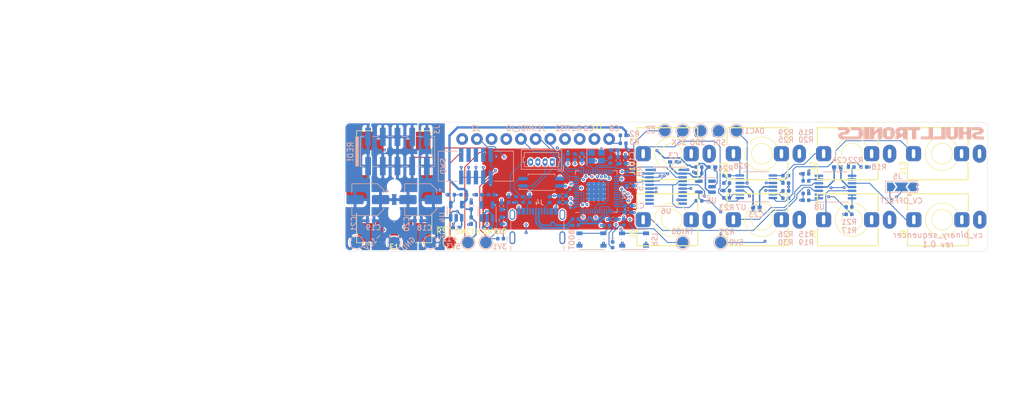
<source format=kicad_pcb>
(kicad_pcb (version 20211014) (generator pcbnew)
  (title_block (title "cv_binary_sequencer") (date "2022-03-16") (rev "0.1") (company "Shulltronics"))
  (layers (0 "F.Cu" power) (1 "In1.Cu" signal) (2 "In2.Cu" power) (31 "B.Cu" mixed) (34 "B.Paste" user) (35 "F.Paste" user) (36 "B.SilkS" user "B.Silkscreen") (37 "F.SilkS" user "F.Silkscreen") (38 "B.Mask" user) (39 "F.Mask" user) (44 "Edge.Cuts" user))
  (net 0 "")
  (net 1 "Net-(C8-Pad2)")
  (net 2 "GND")
  (net 3 "VCC")
  (net 4 "VSS")
  (net 6 "/XIN")
  (net 7 "/XOUT")
  (net 8 "/VREG_1V2")
  (net 9 "/5V3")
  (net 10 "VDD")
  (net 11 "/ENC_1")
  (net 12 "/ENC_0")
  (net 13 "/ENC_BTN")
  (net 14 "/SWDIO")
  (net 15 "/SWCLK")
  (net 16 "/~{RESET}")
  (net 18 "/USB_CC1")
  (net 19 "/USB_D+")
  (net 20 "/USB_D-")
  (net 24 "/USB_CC2")
  (net 29 "/IO Jacks/VREF_5V0")
  (net 34 "/IO Jacks/CV0_OUT")
  (net 36 "/IO Jacks/CV1_OUT")
  (net 38 "/IO Jacks/CV2_OUT")
  (net 40 "/IO Jacks/CV3_OUT")
  (net 42 "/LCD_VIN")
  (net 43 "/MIDI_SNK")
  (net 44 "Net-(R5-Pad1)")
  (net 45 "/D+")
  (net 46 "/D-")
  (net 47 "Net-(R10-Pad1)")
  (net 48 "Net-(R11-Pad2)")
  (net 49 "/IO_TRIG0")
  (net 50 "/IO_TRIG1")
  (net 51 "/IO_TRIG2")
  (net 52 "/IO_TRIG3")
  (net 53 "/IO Jacks/TRIG0_FB")
  (net 54 "/IO Jacks/TRIG1_FB")
  (net 55 "/IO Jacks/TRIG2_FB")
  (net 56 "/IO Jacks/TRIG3_FB")
  (net 57 "/IO Jacks/CV0_FB")
  (net 58 "/IO Jacks/CV1_FB")
  (net 59 "/IO Jacks/CV2_FB")
  (net 60 "/IO Jacks/CV3_FB")
  (net 61 "/LCD{slash}SD_SCK")
  (net 62 "/SD_SDO")
  (net 63 "/LCD{slash}SD_SDI")
  (net 64 "/LCD_CS")
  (net 65 "/LCD_RST")
  (net 66 "/LCD_DC")
  (net 67 "/SD_CS")
  (net 68 "/IO_SDI")
  (net 69 "/IO_SCK")
  (net 70 "/IO Jacks/DAC_VOUT0")
  (net 71 "/IO_SDO")
  (net 72 "/IO_CS")
  (net 73 "/IO Jacks/DAC_VOUT1")
  (net 74 "/IO Jacks/DAC_VOUT2")
  (net 75 "/IO Jacks/DAC_VOUT3")
  (net 76 "/UART_TX")
  (net 77 "/UART_RX")
  (net 78 "/I2C_SDA")
  (net 79 "/I2C_SCL")
  (net 80 "/ENC_2")
  (net 87 "Net-(R34-Pad1)")
  (net 101 "/BOOTSEL")
  (net 103 "/IO Jacks/TRIG0")
  (net 104 "/IO Jacks/TRIG1")
  (net 105 "/IO Jacks/TRIG2")
  (net 106 "/IO Jacks/TRIG3")
  (net 107 "/MIDI_R")
  (net 108 "/IO Jacks/CVx_REF")
  (net 109 "/MIDI_SRC")
  (net 110 "/MIDI_OUT_SRC")
  (net 111 "Net-(R35-Pad1)")
  (net 112 "/STAT_LED")
  (net 113 "/IO Jacks/DAC_VDD")
  (net 114 "Net-(U6-Pad16)")
  (footprint "Shulltronics_Connectors:3085_MiniJack_Thonk_Vert" (layer "F.Cu") (at 194.4624 69.977 90)
    (fp_text reference "J12")
    (fp_text value "PJ398SM" hide)
  )
  (footprint "Shulltronics_Generics:TestPoint_Pad_D2.0mm" (layer "F.Cu") (at 124.968 85.344)
    (fp_text reference "TP18" hide)
    (fp_text value "~{RST}")
  )
  (footprint "Shulltronics_Connectors:3085_MiniJack_Thonk_Vert" (layer "F.Cu") (at 194.4624 81.407 90)
    (fp_text reference "J8")
    (fp_text value "PJ398SM" hide)
  )
  (footprint "Shulltronics_Connectors:3085_MiniJack_Thonk_Vert" (layer "F.Cu") (at 163.2712 81.407 90)
    (fp_text reference "J6")
    (fp_text value "PJ398SM" hide)
  )
  (footprint "Shulltronics_Connectors:3085_MiniJack_Thonk_Vert" (layer "F.Cu") (at 163.2712 69.977 90)
    (fp_text reference "J10")
    (fp_text value "PJ398SM" hide)
  )
  (footprint "Shulltronics_Connectors:3085_MiniJack_Thonk_Vert" (layer "F.Cu") (at 210.009 69.977 90)
    (fp_text reference "J13")
    (fp_text value "PJ398SM" hide)
  )
  (footprint "Shulltronics_Generics:TestPoint_Pad_D2.0mm" (layer "F.Cu") (at 128.0668 85.344)
    (fp_text reference "TP16" hide)
    (fp_text value "SWCLK")
  )
  (footprint "Shulltronics_Connectors:3085_MiniJack_Thonk_Vert" (layer "F.Cu") (at 210.058 81.407 90)
    (fp_text reference "J9")
    (fp_text value "PJ398SM" hide)
  )
  (footprint "Shulltronics_Connectors:3085_MiniJack_Thonk_Vert" (layer "F.Cu") (at 178.8668 69.977 90)
    (fp_text reference "J11")
    (fp_text value "PJ398SM" hide)
  )
  (footprint "Shulltronics_Generics:TestPoint_Pad_D2.0mm" (layer "F.Cu") (at 131.1656 85.344)
    (fp_text reference "TP15" hide)
    (fp_text value "SWDIO")
  )
  (footprint "Shulltronics-DevBoards:3097_TFT_Display_SPI" (layer "F.Cu") (at 139.7 75.565 180)
    (fp_text reference "U1")
    (fp_text value "3097_TFT_Display_SPI")
  )
  (footprint "Shulltronics_Connectors:3085_MiniJack_Thonk_Vert" (layer "F.Cu") (at 178.8668 81.407 90)
    (fp_text reference "J7")
    (fp_text value "PJ398SM" hide)
  )
  (footprint "Shulltronics_ElectroMechanical:4025_Encoder_PEC11S" (layer "F.Cu") (at 115.316 75.692)
    (fp_text reference "E1")
    (fp_text value "4025_Encoder_Switch_SMD")
  )
  (footprint "Shulltronics_Generics:C_0402_HandSolder" (layer "B.Cu") (at 155.7528 80.1624 180)
    (fp_text reference "C2" hide)
    (fp_text value "3089_Capacitor_100n_16V_0402" hide)
  )
  (footprint "Shulltronics_Generics:C_0402_HandSolder" (layer "B.Cu") (at 126.0296 82.7744)
    (fp_text reference "C16" hide)
    (fp_text value "4035_Capacitor_2u2_25V_0402" hide)
  )
  (footprint "Shulltronics_Generics:RES-0402" (layer "B.Cu") (at 186.4868 73.4568)
    (fp_text reference "R16")
    (fp_text value "4023_Resistor_SMD_56k_0.125W_1%")
  )
  (footprint "Shulltronics_Generics:C_0402_HandSolder" (layer "B.Cu") (at 128.6204 79.0152 -90)
    (fp_text reference "C14" hide)
    (fp_text value "3089_Capacitor_100n_16V_0402" hide)
  )
  (footprint "Shulltronics_Generics:C_0402_HandSolder" (layer "B.Cu") (at 131.3636 82.7744)
    (fp_text reference "C17" hide)
    (fp_text value "4035_Capacitor_2u2_25V_0402" hide)
  )
  (footprint "Shulltronics_Generics:C_0402_HandSolder" (layer "B.Cu") (at 155.2956 71.12 90)
    (fp_text reference "C10")
    (fp_text value "3089_Capacitor_100n_16V_0402" hide)
  )
  (footprint "Shulltronics_Generics:SOT-23-5" (layer "B.Cu") (at 131.363599 79.9804 90)
    (fp_text reference "U3")
    (fp_text value "4032_Adjustable_Reg_200mA_SOT-23-5")
  )
  (footprint "Shulltronics_Generics:RES-0402" (layer "B.Cu") (at 186.4868 78.0288)
    (fp_text reference "R19")
    (fp_text value "4022_Resistor_SMD_120k_0.125W_1%")
  )
  (footprint "Shulltronics_Generics:RES-0402" (layer "B.Cu") (at 146.6596 81.28)
    (fp_text reference "R6" hide)
    (fp_text value "4011_Resistor_SMD_27_0.125W_1%")
  )
  (footprint "Shulltronics_Generics:TestPoint_Pad_D2.0mm" (layer "B.Cu") (at 168.3004 66.01427 180)
    (fp_text reference "TP22" hide)
    (fp_text value "SDO")
  )
  (footprint "Shulltronics_Generics:RES-0402" (layer "B.Cu") (at 194.31 72.2884)
    (fp_text reference "R22")
    (fp_text value "4022_Resistor_SMD_120k_0.125W_1%")
  )
  (footprint "Shulltronics_Generics:C_0402_HandSolder" (layer "B.Cu") (at 154.0256 71.12 -90)
    (fp_text reference "C4" hide)
    (fp_text value "3089_Capacitor_100n_16V_0402" hide)
  )
  (footprint "Shulltronics_Generics:RES-0402" (layer "B.Cu") (at 193.9314 79.1972)
    (fp_text reference "R21")
    (fp_text value "4022_Resistor_SMD_120k_0.125W_1%")
  )
  (footprint "Shulltronics_Generics:C_0402_HandSolder" (layer "B.Cu") (at 191.9224 72.2884 180)
    (fp_text reference "C24")
    (fp_text value "3089_Capacitor_100n_16V_SMD" hide)
  )
  (footprint "Shulltronics_Generics:RES-0402" (layer "B.Cu") (at 129.9972 77.0848 180)
    (fp_text reference "R10" hide)
    (fp_text value "4033_Resistor_SMD_18k_0.125W_1%")
  )
  (footprint "Shulltronics_Generics:RES-0402" (layer "B.Cu") (at 132.1308 77.0848 180)
    (fp_text reference "R9" hide)
    (fp_text value "4016_Resistor_SMD_27k_0.125W_1%")
  )
  (footprint "Shulltronics_Connectors:3086_SMD_Eurorack_Power" (layer "B.Cu") (at 115.8786 69.596 90)
    (fp_text reference "J3")
    (fp_text value "3086_Connector_Eurorack_Power" hide)
  )
  (footprint "Shulltronics_Generics:TestPoint_Pad_D2.0mm" (layer "B.Cu") (at 171.3992 66.01427 180)
    (fp_text reference "TP19" hide)
    (fp_text value "SDI")
  )
  (footprint "Shulltronics_ElectroMechanical:4012_PushButton_NO_SMD" (layer "B.Cu") (at 149.352 84.908009)
    (fp_text reference "SW2" hide)
    (fp_text value "BOOT")
  )
  (footprint "Shulltronics_Integrated_Circuits:3099_TL074CPW_TSSOP14" (layer "B.Cu") (at 177.91392 75.70268)
    (fp_text reference "U7")
    (fp_text value "3099_TL074CPW_SMD")
  )
  (footprint "Shulltronics_Generics:RES-0402" (layer "B.Cu") (at 167.9956 73.3552)
    (fp_text reference "R38" hide)
    (fp_text value "DNP")
  )
  (footprint "Shulltronics_Generics:RES-0402" (layer "B.Cu") (at 196.4944 72.2884)
    (fp_text reference "R18")
    (fp_text value "4023_Resistor_SMD_56k_0.125W_1%")
  )
  (footprint "Shulltronics_Generics:RES-0402" (layer "B.Cu") (at 137.5664 77.9272 -90)
    (fp_text reference "R31" hide)
    (fp_text value "4030_Resistor_SMD_220_0.125W_1%")
  )
  (footprint "Shulltronics_Generics:C_0402_HandSolder" (layer "B.Cu") (at 163.576 71.4248 180)
    (fp_text reference "C3")
    (fp_text value "3089_Capacitor_100n_16V_SMD" hide)
  )
  (footprint "Shulltronics_Generics:RES-0402" (layer "B.Cu") (at 127.3556 77.0848 180)
    (fp_text reference "R11" hide)
    (fp_text value "4016_Resistor_SMD_27k_0.125W_1%")
  )
  (footprint "Shulltronics_Connectors:4029_PicoBlade_4pos_Vert_THT" (layer "B.Cu") (at 142.6464 71.4248 180)
    (fp_text reference "J1")
    (fp_text value ":MIDI_IO")
  )
  (footprint "Shulltronics_Generics:RES-0402" (layer "B.Cu") (at 172.78312 73.77228)
    (fp_text reference "R28")
    (fp_text value "4006_Resistor_SMD_68k_0.125W_1%")
  )
  (footprint "Shulltronics_Generics:RES-0402" (layer "B.Cu") (at 142.1892 77.9272 90)
    (fp_text reference "R13" hide)
    (fp_text value "4009_Resistor_SMD_5k1_0.10W_1%")
  )
  (footprint "Shulltronics_Generics:C_0402_HandSolder" (layer "B.Cu") (at 153.162 81.3308)
    (fp_text reference "C12" hide)
    (fp_text value "3089_Capacitor_100n_16V_0402" hide)
  )
  (footprint "Shulltronics_Generics:RES-0402" (layer "B.Cu") (at 167.9956 78.1304 180)
    (fp_text reference "R37" hide)
    (fp_text value "JMP")
  )
  (footprint "Shulltronics_Generics:TestPoint_Pad_D2.0mm" (layer "B.Cu") (at 121.5644 85.344 180)
    (fp_text reference "TP13" hide)
    (fp_text value "+12V")
  )
  (footprint "Shulltronics_Generics:RES-0402" (layer "B.Cu") (at 172.78312 75.059213 180)
    (fp_text reference "R24")
    (fp_text value "4006_Resistor_SMD_68k_0.125W_1%")
  )
  (footprint "Shulltronics_Generics:TestPoint_Pad_D2.0mm" (layer "B.Cu") (at 162.1028 66.01427 180)
    (fp_text reference "TP23" hide)
    (fp_text value "~{CS}")
  )
  (footprint "Shulltronics_Generics:C_0402_HandSolder" (layer "B.Cu") (at 153.3652 69.342 180)
    (fp_text reference "C8")
    (fp_text value "4003_Capacitor_22pF_50V_0402" hide)
  )
  (footprint "Shulltronics_Generics:C_0402_HandSolder" (layer "B.Cu") (at 170.2308 72.2884 180)
    (fp_text reference "C22" hide)
    (fp_text value "3089_Capacitor_100n_16V_SMD" hide)
  )
  (footprint "Shulltronics_Generics:C_0402_HandSolder" (layer "B.Cu") (at 155.7528 78.994 180)
    (fp_text reference "C1")
    (fp_text value "3089_Capacitor_100n_16V_0402" hide)
  )
  (footprint "Shulltronics_Generics:RES-0402" (layer "B.Cu") (at 156.1084 73.1012)
    (fp_text reference "R8")
    (fp_text value "4008_Resistor_SMD_10k_0.125W_1%")
  )
  (footprint "Shulltronics_Generics:TestPoint_Pad_D2.0mm" (layer "B.Cu") (at 171.7548 85.344 180)
    (fp_text reference "TP27" hide)
    (fp_text value "5V0")
  )
  (footprint "Shulltronics_Generics:TSSOP-20_4.4x6.5mm_P0.65mm" (layer "B.Cu") (at 162.306 75.692 180)
    (fp_text reference "U6")
    (fp_text value "4001_MCP48FEB24_DAC")
  )
  (footprint "Shulltronics_Generics:SOT-23-5" (layer "B.Cu") (at 126.0296 79.9296 90)
    (fp_text reference "U4")
    (fp_text value "4032_Adjustable_Reg_200mA_SOT-23-5")
  )
  (footprint "Shulltronics_Generics:C_0402_HandSolder" (layer "B.Cu") (at 128.620401 81.5552 90)
    (fp_text reference "C15" hide)
    (fp_text value "4035_Capacitor_2u2_25V_0402" hide)
  )
  (footprint "Shulltronics_Passives:3088_Capacitor_10u_50V_SMD" (layer "B.Cu") (at 119.888 77.9272 180)
    (fp_text reference "C20")
    (fp_text value "4031_Capacitor_10u_35V_SMD" hide)
  )
  (footprint "Shulltronics_Generics:Shulltronics_Logo" (layer "B.Cu") (at 205.3844 66.3956 180)
    (fp_text reference "L1" hide)
    (fp_text value "Shulltronics_Logo" hide)
  )
  (footprint "Shulltronics_Generics:TestPoint_Pad_D2.0mm" (layer "B.Cu") (at 131.1656 85.344 180)
    (fp_text reference "TP9" hide)
    (fp_text value "3V1")
  )
  (footprint "Shulltronics_Microcontrollers:4002_RP2040_QFN-56-7x7mm_P0.4mm" (layer "B.Cu") (at 150.241 76.5302)
    (fp_text reference "U2")
    (fp_text value "4002_RP2040")
  )
  (footprint "Shulltronics_Generics:C_0402_HandSolder" (layer "B.Cu") (at 119.4308 81.5848)
    (fp_text reference "C18")
    (fp_text value "3089_Capacitor_100n_16V_0402" hide)
  )
  (footprint "Shulltronics_Generics:SOT-23-5" (layer "B.Cu") (at 169.1132 75.692 180)
    (fp_text reference "U5")
    (fp_text value "4014_Voltage_Reference_5V_SOT23-6")
  )
  (footprint "Shulltronics_Connectors:3096_USBC_RA" (layer "B.Cu") (at 140.0556 83.25546 180)
    (fp_text reference "J4")
    (fp_text value "3096_USBC_RA_SMD")
  )
  (footprint "Shulltronics_Generics:C_0402_HandSolder" (layer "B.Cu") (at 133.8528 79.066 -90)
    (fp_text reference "C13" hide)
    (fp_text value "4035_Capacitor_2u2_25V_0402" hide)
  )
  (footprint "Shulltronics_Generics:LED_0402" (layer "B.Cu") (at 153.0604 85.7504 90)
    (fp_text reference "U11" hide)
    (fp_text value "STAT" hide)
  )
  (footprint "Shulltronics_Generics:RES-0402" (layer "B.Cu") (at 154.8892 68.1736 180)
    (fp_text reference "R3")
    (fp_text value "4021_Resistor_SMD_Jumper")
  )
  (footprint "Shulltronics_Generics:TestPoint_Pad_D2.0mm" (layer "B.Cu") (at 174.498 66.04 180)
    (fp_text reference "TP24" hide)
    (fp_text value "DAC1")
  )
  (footprint "Shulltronics_Generics:RES-0402" (layer "B.Cu") (at 138.7348 77.9272 90)
    (fp_text reference "R14" hide)
    (fp_text value "4009_Resistor_SMD_5k1_0.10W_1%")
  )
  (footprint "Shulltronics_Generics:RES-0402" (layer "B.Cu") (at 193.9314 80.4672 180)
    (fp_text reference "R17")
    (fp_text value "4023_Resistor_SMD_56k_0.125W_1%")
  )
  (footprint "Shulltronics_Generics:RES-0402" (layer "B.Cu") (at 154.8892 66.802 180)
    (fp_text reference "R2")
    (fp_text value "DNP")
  )
  (footprint "Shulltronics_Generics:RES-0402" (layer "B.Cu") (at 182.99392 73.77228 180)
    (fp_text reference "R29")
    (fp_text value "4006_Resistor_SMD_68k_0.125W_1%")
  )
  (footprint "Shulltronics_Passives:3088_Capacitor_10u_50V_SMD" (layer "B.Cu") (at 110.744 77.9272 180)
    (fp_text reference "C21")
    (fp_text value "4031_Capacitor_10u_35V_SMD" hide)
  )
  (footprint "Shulltronics_Generics:C_0402_HandSolder" (layer "B.Cu") (at 133.8528 81.5552 90)
    (fp_text reference "C11" hide)
    (fp_text value "3089_Capacitor_100n_16V_0402" hide)
  )
  (footprint "Shulltronics_Generics:RES-0402" (layer "B.Cu") (at 172.78312 77.63308 180)
    (fp_text reference "R27")
    (fp_text value "4006_Resistor_SMD_68k_0.125W_1%")
  )
  (footprint "Shulltronics_Generics:C_0402_HandSolder" (layer "B.Cu") (at 177.91392 79.256475 180)
    (fp_text reference "C23")
    (fp_text value "3089_Capacitor_100n_16V_SMD" hide)
  )
  (footprint "Shulltronics_Opto:4028_OptoIsolator_TLP290_SOP-4" (layer "B.Cu") (at 140.772 74.93)
    (fp_text reference "U9" hide)
    (fp_text value "4028_OptoIsolator_TLP290")
  )
  (footprint "Shulltronics_Generics:RES-0402" (layer "B.Cu") (at 182.99392 75.059213 180)
    (fp_text reference "R25")
    (fp_text value "4006_Resistor_SMD_68k_0.125W_1%")
  )
  (footprint "Shulltronics_Generics:RES-0402" (layer "B.Cu") (at 125.222 77.0848 180)
    (fp_text reference "R12" hide)
    (fp_text value "4034_Resistor_SMD_8k2_0.125W_1%")
  )
  (footprint "Shulltronics_Generics:RES-0402" (layer "B.Cu") (at 167.9956 72.2884)
    (fp_text reference "R36" hide)
    (fp_text value "4021_Resistor_SMD_Jumper")
  )
  (footprint "Shulltronics_Connectors:4005_SWD_Header" (layer "B.Cu") (at 129.4384 72.136 90)
    (fp_text reference "J2")
    (fp_text value "SWD")
  )
  (footprint "Shulltronics_Generics:C_0402_HandSolder" (layer "B.Cu") (at 144.4244 78.3844)
    (fp_text reference "C9" hide)
    (fp_text value "3089_Capacitor_100n_16V_0402" hide)
  )
  (footprint "Shulltronics_Generics:TestPoint_Pad_D2.0mm" (layer "B.Cu") (at 165.2016 85.344 180)
    (fp_text reference "TP28" hide)
    (fp_text value "TRIG0")
  )
  (footprint "Shulltronics_Generics:TestPoint_Pad_D2.0mm" (layer "B.Cu") (at 115.316 85.344 180)
    (fp_text reference "TP17" hide)
    (fp_text value "GND")
  )
  (footprint "Shulltronics_ElectroMechanical:4012_PushButton_NO_SMD" (layer "B.Cu") (at 156.8248 84.763991 180)
    (fp_text reference "SW1" hide)
    (fp_text value "RST")
  )
  (footprint "Shulltronics_Generics:RES-0402" (layer "B.Cu") (at 154.9908 81.8388 90)
    (fp_text reference "R35" hide)
    (fp_text value "4038_Resistor_SMD_100_0.125W_1%")
  )
  (footprint "Shulltronics_Generics:RES-0402" (layer "B.Cu") (at 182.99392 77.68388)
    (fp_text reference "R30")
    (fp_text value "4006_Resistor_SMD_68k_0.125W_1%")
  )
  (footprint "Shulltronics_Generics:RES-0402" (layer "B.Cu") (at 145.3388 70.5104 -90)
    (fp_text reference "R32")
    (fp_text value "4008_Resistor_SMD_10k_0.125W_1%")
  )
  (footprint "Shulltronics_Generics:LED_0402" (layer "B.Cu") (at 133.7056 84.6836)
    (fp_text reference "U10" hide)
    (fp_text value "PWR" hide)
  )
  (footprint "Shulltronics_Generics:TestPoint_Pad_D2.0mm" (layer "B.Cu") (at 128.0668 85.344 180)
    (fp_text reference "TP10" hide)
    (fp_text value "5V3")
  )
  (footprint "Shulltronics_Generics:RES-0402" (layer "B.Cu") (at 152.689921 71.126783 -90)
    (fp_text reference "R4" hide)
    (fp_text value "4010_Resistor_SMD_1k_0.125W_1%")
  )
  (footprint "Shulltronics_Generics:RES-0402" (layer "B.Cu") (at 146.6596 82.3468)
    (fp_text reference "R7" hide)
    (fp_text value "4011_Resistor_SMD_27_0.125W_1%")
  )
  (footprint "Shulltronics_Generics:RES-0402" (layer "B.Cu") (at 136.398 77.9272 -90)
    (fp_text reference "R33" hide)
    (fp_text value "4030_Resistor_SMD_220_0.125W_1%")
  )
  (footprint "Shulltronics_Generics:C_0402_HandSolder" (layer "B.Cu") (at 144.4244 77.2668)
    (fp_text reference "C7" hide)
    (fp_text value "3089_Capacitor_100n_16V_0402" hide)
  )
  (footprint "Shulltronics_Generics:RES-0402" (layer "B.Cu") (at 172.78312 76.36308)
    (fp_text reference "R23")
    (fp_text value "4006_Resistor_SMD_68k_0.125W_1%")
  )
  (footprint "Shulltronics_Generics:TestPoint_Pad_D2.0mm" (layer "B.Cu") (at 108.8136 85.344 180)
    (fp_text reference "TP14" hide)
    (fp_text value "-12V")
  )
  (footprint "Shulltronics_Generics:RES-0402" (layer "B.Cu") (at 182.99392 76.41388 180)
    (fp_text reference "R26")
    (fp_text value "4006_Resistor_SMD_68k_0.125W_1%")
  )
  (footprint "Shulltronics_Generics:C_0402_HandSolder" (layer "B.Cu") (at 156.1084 75.5396 180)
    (fp_text reference "C5")
    (fp_text value "3089_Capacitor_100n_16V_0402" hide)
  )
  (footprint "Shulltronics_Generics:RES-0402" (layer "B.Cu") (at 186.4868 76.8604)
    (fp_text reference "R15")
    (fp_text value "4023_Resistor_SMD_56k_0.125W_1%")
  )
  (footprint "Shulltronics_Generics:RES-0402" (layer "B.Cu") (at 135.128 77.9272 90)
    (fp_text reference "R34" hide)
    (fp_text value "4038_Resistor_SMD_100_0.125W_1%")
  )
  (footprint "Shulltronics_Generics:RES-0402" (layer "B.Cu") (at 152.0952 82.3976)
    (fp_text reference "R5" hide)
    (fp_text value "4010_Resistor_SMD_1k_0.125W_1%")
  )
  (footprint "Shulltronics_Integrated_Circuits:3099_TL074CPW_TSSOP14" (layer "B.Cu") (at 191.5922 75.7428)
    (fp_text reference "U8")
    (fp_text value "3099_TL074CPW_SMD")
  )
  (footprint "Shulltronics_Generics:TestPoint_Pad_D2.0mm" (layer "B.Cu") (at 165.2016 66.01427 180)
    (fp_text reference "TP20" hide)
    (fp_text value "SCK")
  )
  (footprint "Shulltronics_Passives:4004-Crystal-12MHz-4Pin_2.5x2.0mm" (layer "B.Cu") (at 150.2664 70.5104)
    (fp_text reference "Y1" hide)
    (fp_text value "4004-Crystal-12MHz_GND24" hide)
  )
  (footprint "Shulltronics_Generics:C_0402_HandSolder" (layer "B.Cu") (at 147.7772 70.5104 90)
    (fp_text reference "C6")
    (fp_text value "4003_Capacitor_22pF_50V_0402" hide)
  )
  (footprint "Shulltronics_Generics:RES-0402" (layer "B.Cu") (at 146.558 70.5104 -90)
    (fp_text reference "R1")
    (fp_text value "4008_Resistor_SMD_10k_0.125W_1%")
  )
  (footprint "Shulltronics_Generics:RES-0402" (layer "B.Cu") (at 186.4868 74.676)
    (fp_text reference "R20")
    (fp_text value "4022_Resistor_SMD_120k_0.125W_1%")
  )
  (footprint "Shulltronics_Generics:C_0402_HandSolder" (layer "B.Cu") (at 111.252 81.5848)
    (fp_text reference "C19")
    (fp_text value "3089_Capacitor_100n_16V_0402" hide)
  )
  (footprint "Shulltronics_Generics:SMD_SolderJumper-3" (layer "B.Cu") (at 203.006808 75.711888 180)
    (fp_text reference "J5")
    (fp_text value "CV_OFFSET")
  )
  (gr_line (start 216.916002 86.868002) (end 107.696 86.868) (layer "Edge.Cuts") (width 0.0508))
  (gr_line (start 106.68 85.852) (end 106.68 65.532) (layer "Edge.Cuts") (width 0.0508))
  (gr_arc (start 107.696 86.868) (mid 106.97758 86.57042) (end 106.68 85.852) (layer "Edge.Cuts") (width 0.0508))
  (gr_arc (start 106.68 65.532) (mid 106.97758 64.81358) (end 107.696 64.516) (layer "Edge.Cuts") (width 0.0508))
  (gr_arc (start 216.916002 64.515998) (mid 217.634422 64.813578) (end 217.932002 65.531998) (layer "Edge.Cuts") (width 0.0508))
  (gr_line (start 107.696 64.516) (end 216.916002 64.515998) (layer "Edge.Cuts") (width 0.0508))
  (gr_arc (start 217.932002 85.852002) (mid 217.634422 86.570422) (end 216.916002 86.868002) (layer "Edge.Cuts") (width 0.0508))
  (gr_line (start 217.932 65.532002) (end 217.932 85.852002) (layer "Edge.Cuts") (width 0.0508))
  (gr_text "cv_binary_sequencer\nrev 0.1" (at 209.3468 84.836) (layer "B.SilkS") (effects (font (size 1.016 1.016) (thickness 0.1524) italic) (justify mirror)))
  (segment (start 151.1414 71.2104) (end 152.121304 71.2104) (width 0.1524) (layer "B.Cu") (net 1))
  (segment (start 152.121304 71.2104) (end 152.689921 70.641783) (width 0.1524) (layer "B.Cu") (net 1))
  (segment (start 152.7977 70.534004) (end 152.689921 70.641783) (width 0.1524) (layer "B.Cu") (net 1))
  (segment (start 152.7977 69.342) (end 152.7977 70.534004) (width 0.1524) (layer "B.Cu") (net 1))
  (via (at 128.1684 82.2452) (size 0.508) (drill 0.1524) (layers "F.Cu" "B.Cu") (net 2))
  (via (at 164.6936 71.4248) (size 0.508) (drill 0.1524) (layers "F.Cu" "B.Cu") (net 2))
  (via (at 156.8196 80.1624) (size 0.508) (drill 0.1524) (layers "F.Cu" "B.Cu") (net 2))
  (via (at 151.13 69.1388) (size 0.508) (drill 0.1524) (layers "F.Cu" "B.Cu") (net 2))
  (via (at 160.3248 72.7964) (size 0.508) (drill 0.1524) (layers "F.Cu" "B.Cu") (net 2))
  (via (at 197.4088 72.2884) (size 0.508) (drill 0.1524) (layers "F.Cu" "B.Cu") (net 2))
  (via (at 126.8984 72.3392) (size 0.508) (drill 0.1524) (layers "F.Cu" "B.Cu") (net 2))
  (via (at 143.256 79.1972) (size 0.508) (drill 0.1524) (layers "F.Cu" "B.Cu") (net 2))
  (via (at 154.7368 85.4456) (size 0.508) (drill 0.1524) (layers "F.Cu" "B.Cu") (net 2))
  (via (at 154.2288 81.3308) (size 0.508) (drill 0.1524) (layers "F.Cu" "B.Cu") (net 2))
  (via (at 124.4092 77.0636) (size 0.508) (drill 0.1524) (layers "F.Cu" "B.Cu") (net 2))
  (via (at 166.0652 72.7456) (size 0.508) (drill 0.1524) (layers "F.Cu" "B.Cu") (net 2))
  (via (at 157.0228 75.5396) (size 0.508) (drill 0.1524) (layers "F.Cu" "B.Cu") (net 2))
  (via (at 205.6892 76.0984) (size 0.508) (drill 0.1524) (layers "F.Cu" "B.Cu") (net 2))
  (via (at 154.0256 69.9008) (size 0.508) (drill 0.1524) (layers "F.Cu" "B.Cu") (net 2))
  (via (at 158.8516 85.4456) (size 0.508) (drill 0.1524) (layers "F.Cu" "B.Cu") (net 2))
  (via (at 143.9672 74.0156) (size 0.508) (drill 0.1524) (layers "F.Cu" "B.Cu") (net 2))
  (via (at 156.8196 78.994) (size 0.508) (drill 0.1524) (layers "F.Cu" "B.Cu") (net 2))
  (via (at 186.9948 72.9488) (size 0.508) (drill 0.1524) (layers "F.Cu" "B.Cu") (net 2))
  (via (at 115.316 81.8388) (size 0.508) (drill 0.1524) (layers "F.Cu" "B.Cu") (net 2))
  (via (at 147.32 85.4456) (size 0.508) (drill 0.1524) (layers "F.Cu" "B.Cu") (net 2))
  (via (at 155.2956 70.0532) (size 0.508) (drill 0.1524) (layers "F.Cu" "B.Cu") (net 2))
  (via (at 186.944 76.3524) (size 0.508) (drill 0.1524) (layers "F.Cu" "B.Cu") (net 2))
  (via (at 138.7348 76.962) (size 0.508) (drill 0.1524) (layers "F.Cu" "B.Cu") (net 2))
  (via (at 129.4384 72.3392) (size 0.508) (drill 0.1524) (layers "F.Cu" "B.Cu") (net 2))
  (via (at 128.6256 77.9272) (size 0.508) (drill 0.1524) (layers "F.Cu" "B.Cu") (net 2))
  (via (at 143.002 77.2668) (size 0.508) (drill 0.1524) (layers "F.Cu" "B.Cu") (net 2))
  (via (at 150.114 71.2216) (size 0.508) (drill 0.1524) (layers "F.Cu" "B.Cu") (net 2))
  (via (at 129.0828 77.0636) (size 0.508) (drill 0.1524) (layers "F.Cu" "B.Cu") (net 2))
  (via (at 205.6892 75.3364) (size 0.508) (drill 0.1524) (layers "F.Cu" "B.Cu") (net 2))
  (via (at 192.9892 80.4672) (size 0.508) (drill 0.1524) (layers "F.Cu" "B.Cu") (net 2))
  (via (at 131.352722 82.194262) (size 0.508) (drill 0.1524) (layers "F.Cu" "B.Cu") (net 2))
  (via (at 147.7772 71.5772) (size 0.508) (drill 0.1524) (layers "F.Cu" "B.Cu") (net 2))
  (via (at 128.1684 72.3392) (size 0.508) (drill 0.1524) (layers "F.Cu" "B.Cu") (net 2))
  (via (at 130.7084 72.3392) (size 0.508) (drill 0.1524) (layers "F.Cu" "B.Cu") (net 2))
  (via (at 164.338 77.978) (size 0.508) (drill 0.1524) (layers "F.Cu" "B.Cu") (net 2))
  (via (at 136.8552 79.1972) (size 0.508) (drill 0.1524) (layers "F.Cu" "B.Cu") (net 2))
  (via (at 170.7896 72.7964) (size 0.508) (drill 0.1524) (layers "F.Cu" "B.Cu") (net 2))
  (via (at 125.5268 82.1436) (size 0.508) (drill 0.1524) (layers "F.Cu" "B.Cu") (net 2))
  (via (at 154.9908 80.9244) (size 0.508) (drill 0.1524) (layers "F.Cu" "B.Cu") (net 2))
  (via (at 135.128 77.0128) (size 0.508) (drill 0.1524) (layers "F.Cu" "B.Cu") (net 2))
  (via (at 149.4785 73.9648) (size 0.508) (drill 0.1524) (layers "F.Cu" "B.Cu") (net 2))
  (via (at 133.858 77.978) (size 0.508) (drill 0.1524) (layers "F.Cu" "B.Cu") (net 2))
  (via (at 134.3152 82.1436) (size 0.508) (drill 0.1524) (layers "F.Cu" "B.Cu") (net 2))
  (via (at 151.4856 85.4456) (size 0.508) (drill 0.1524) (layers "F.Cu" "B.Cu") (net 2))
  (segment (start 146.558 70.0254) (end 146.7247 70.0254) (width 0.1524) (layer "B.Cu") (net 2))
  (segment (start 126.0296 81.6408) (end 125.5268 82.1436) (width 0.1524) (layer "B.Cu") (net 2))
  (segment (start 129.4384 74.086) (end 129.4384 72.3392) (width 0.1524) (layer "B.Cu") (net 2))
  (segment (start 143.255601 79.952251) (end 143.255601 79.299199) (width 0.1524) (layer "B.Cu") (net 2))
  (segment (start 130.7084 74.086) (end 130.7084 72.3392) (width 0.1524) (layer "B.Cu") (net 2))
  (segment (start 136.855601 79.952251) (end 136.855601 79.299201) (width 0.1524) (layer "B.Cu") (net 2))
  (segment (start 125.4621 82.2083) (end 125.5268 82.1436) (width 0.1524) (layer "B.Cu") (net 2))
  (segment (start 149.241 73.0927) (end 149.241 73.7273) (width 0.1524) (layer "B.Cu") (net 2))
  (segment (start 131.363599 81.1179) (end 131.363599 82.206901) (width 0.1524) (layer "B.Cu") (net 2))
  (segment (start 143.002 77.2668) (end 142.3646 77.2668) (width 0.1524) (layer "B.Cu") (net 2))
  (segment (start 171.1452 75.044742) (end 171.1452 73.152) (width 0.1524) (layer "B.Cu") (net 2))
  (segment (start 171.1452 73.152) (end 170.7896 72.7964) (width 0.1524) (layer "B.Cu") (net 2))
  (segment (start 138.7348 77.4422) (end 138.7348 76.9112) (width 0.1524) (layer "B.Cu") (net 2))
  (segment (start 170.2507 75.692) (end 170.497942 75.692) (width 0.1524) (layer "B.Cu") (net 2))
  (segment (start 136.855601 79.299201) (end 136.8552 79.2988) (width 0.1524) (layer "B.Cu") (net 2))
  (segment (start 130.7961 82.750884) (end 131.352722 82.194262) (width 0.1524) (layer "B.Cu") (net 2))
  (segment (start 142.3646 77.2668) (end 142.1892 77.4422) (width 0.1524) (layer "B.Cu") (net 2))
  (segment (start 143.8569 77.2668) (end 143.002 77.2668) (width 0.1524) (layer "B.Cu") (net 2))
  (segment (start 170.497942 75.692) (end 171.1452 75.044742) (width 0.1524) (layer "B.Cu") (net 2))
  (segment (start 143.8569 77.2668) (end 143.8569 78.3844) (width 0.1524) (layer "B.Cu") (net 2))
  (segment (start 130.7084 74.086) (end 126.8984 74.086) (width 0.1524) (layer "B.Cu") (net 2))
  (segment (start 153.9327 69.342) (end 153.9327 69.8079) (width 0.1524) (layer "B.Cu") (net 2))
  (segment (start 131.363599 82.206901) (end 130.7961 82.7744) (width 0.1524) (layer "B.Cu") (net 2))
  (segment (start 153.9327 69.8079) (end 154.0256 69.9008) (width 0.1524) (layer "B.Cu") (net 2))
  (segment (start 126.0296 81.0671) (end 126.0296 81.6408) (width 0.1524) (layer "B.Cu") (net 2))
  (segment (start 128.1684 74.086) (end 128.1684 72.3392) (width 0.1524) (layer "B.Cu") (net 2))
  (segment (start 149.241 73.7273) (end 149.4785 73.9648) (width 0.1524) (layer "B.Cu") (net 2))
  (segment (start 130.7961 82.7744) (end 130.7961 82.750884) (width 0.1524) (layer "B.Cu") (net 2))
  (segment (start 125.4621 82.7744) (end 125.4621 82.2083) (width 0.1524) (layer "B.Cu") (net 2))
  (segment (start 154.0256 69.9008) (end 154.0256 70.5525) (width 0.1524) (layer "B.Cu") (net 2))
  (segment (start 143.256 78.9853) (end 143.8569 78.3844) (width 0.1524) (layer "B.Cu") (net 2))
  (segment (start 126.8984 74.086) (end 126.8984 72.3392) (width 0.1524) (layer "B.Cu") (net 2))
  (segment (start 143.256 79.2988) (end 143.256 78.9853) (width 0.1524) (layer "B.Cu") (net 2))
  (segment (start 143.255601 79.299199) (end 143.256 79.2988) (width 0.1524) (layer "B.Cu") (net 2))
  (segment (start 146.7247 70.0254) (end 147.7772 71.0779) (width 0.1524) (layer "B.Cu") (net 2))
  (segment (start 126.2888 68.9864) (end 131.4704 68.9864) (width 0.1524) (layer "F.Cu") (net 3))
  (segment (start 122.5296 70.612) (end 123.3932 69.7484) (width 0.1524) (layer "F.Cu") (net 3))
  (segment (start 118.872 70.612) (end 122.5296 70.612) (width 0.1524) (layer "F.Cu") (net 3))
  (segment (start 117.816 68.692) (end 117.816 69.556) (width 0.1524) (layer "F.Cu") (net 3))
  (segment (start 131.4704 68.9864) (end 132.9436 70.4596) (width 0.1524) (layer "F.Cu") (net 3))
  (segment (start 117.816 69.556) (end 118.872 70.612) (width 0.1524) (layer "F.Cu") (net 3))
  (segment (start 123.3932 69.7484) (end 124.1552 68.9864) (width 0.1524) (layer "F.Cu") (net 3))
  (segment (start 124.1552 68.9864) (end 126.2888 68.9864) (width 0.1524) (layer "F.Cu") (net 3))
  (via (at 132.7404 78.8416) (size 0.508) (drill 0.1524) (layers "F.Cu" "B.Cu") (net 3))
  (via (at 135.89 78.4352) (size 0.508) (drill 0.1524) (layers "F.Cu" "B.Cu") (net 3))
  (via (at 134.3152 80.9752) (size 0.508) (drill 0.1524) (layers "F.Cu" "B.Cu") (net 3))
  (via (at 156.5656 72.7705) (size 0.508) (drill 0.1524) (layers "F.Cu" "B.Cu") (net 3))
  (via (at 132.9436 70.4596) (size 0.508) (drill 0.1524) (layers "F.Cu" "B.Cu") (net 3))
  (via (at 145.3388 69.5452) (size 0.508) (drill 0.1524) (layers "F.Cu" "B.Cu") (net 3))
  (via (at 133.0452 77.1144) (size 0.508) (drill 0.1524) (layers "F.Cu" "B.Cu") (net 3))
  (via (at 131.9784 75.3872) (size 0.508) (drill 0.1524) (layers "F.Cu" "B.Cu") (net 3))
  (via (at 155.8544 69.3928) (size 0.508) (drill 0.1524) (layers "F.Cu" "B.Cu") (net 3))
  (via (at 155.5496 75.8952) (size 0.508) (drill 0.1524) (layers "F.Cu" "B.Cu") (net 3))
  (via (at 134.3152 79.6544) (size 0.508) (drill 0.1524) (layers "F.Cu" "B.Cu") (net 3))
  (via (at 155.194 79.6036) (size 0.508) (drill 0.1524) (layers "F.Cu" "B.Cu") (net 3))
  (via (at 145.717084 79.326916) (size 0.508) (drill 0.1524) (layers "F.Cu" "B.Cu") (net 3))
  (via (at 154.432 71.6788) (size 0.508) (drill 0.1524) (layers "F.Cu" "B.Cu") (net 3))
  (via (at 167.0304 73.152) (size 0.508) (drill 0.1524) (layers "F.Cu" "B.Cu") (net 3))
  (via (at 145.724041 76.178841) (size 0.508) (drill 0.1524) (layers "F.Cu" "B.Cu") (net 3))
  (segment (start 150.9268 79.1464) (end 152.2984 79.1464) (width 0.1524) (layer "B.Cu") (net 3))
  (segment (start 144.9919 78.601732) (end 145.717084 79.326916) (width 0.1524) (layer "B.Cu") (net 3))
  (segment (start 156.5934 73.1012) (end 156.5934 72.7983) (width 0.1524) (layer "B.Cu") (net 3))
  (segment (start 150.441001 79.967701) (end 150.841001 79.967701) (width 0.1524) (layer "B.Cu") (net 3))
  (segment (start 152.441 79.289) (end 152.441 79.9677) (width 0.1524) (layer "B.Cu") (net 3))
  (segment (start 150.441001 72.469399) (end 150.57168 72.33872) (width 0.1524) (layer "B.Cu") (net 3))
  (segment (start 155.1853 75.5396) (end 153.6879 75.5396) (width 0.1524) (layer "B.Cu") (net 3))
  (segment (start 152.841001 79.967701) (end 154.990601 79.967701) (width 0.1524) (layer "B.Cu") (net 3))
  (segment (start 150.841 79.9677) (end 150.841 79.2322) (width 0.1524) (layer "B.Cu") (net 3))
  (segment (start 150.441001 73.092701) (end 150.441001 72.469399) (width 0.1524) (layer "B.Cu") (net 3))
  (segment (start 155.1853 80.1624) (end 155.1853 78.994) (width 0.1524) (layer "B.Cu") (net 3))
  (segment (start 144.9919 77.2668) (end 144.9919 76.910981) (width 0.1524) (layer "B.Cu") (net 3))
  (segment (start 153.678501 79.130201) (end 155.049099 79.130201) (width 0.1524) (layer "B.Cu") (net 3))
  (segment (start 145.717084 79.326916) (end 146.606784 79.326916) (width 0.1524) (layer "B.Cu") (net 3))
  (segment (start 145.724041 76.178841) (end 146.37268 75.530201) (width 0.1524) (layer "B.Cu") (net 3))
  (segment (start 146.606784 79.326916) (end 146.8035 79.1302) (width 0.1524) (layer "B.Cu") (net 3))
  (segment (start 150.841 79.2322) (end 150.9268 79.1464) (width 0.1524) (layer "B.Cu") (net 3))
  (segment (start 153.6879 75.5396) (end 153.678501 75.530201) (width 0.1524) (layer "B.Cu") (net 3))
  (segment (start 146.37268 75.530201) (end 146.803501 75.530201) (width 0.1524) (layer "B.Cu") (net 3))
  (segment (start 150.57168 72.33872) (end 153.37438 72.33872) (width 0.1524) (layer "B.Cu") (net 3))
  (segment (start 133.2206 84.6836) (end 131.826 84.6836) (width 0.1524) (layer "B.Cu") (net 3))
  (segment (start 154.990601 79.967701) (end 155.1853 80.1624) (width 0.1524) (layer "B.Cu") (net 3))
  (segment (start 167.5106 73.3552) (end 167.2336 73.3552) (width 0.1524) (layer "B.Cu") (net 3))
  (segment (start 155.3742 68.1736) (end 155.3742 68.9126) (width 0.4064) (layer "B.Cu") (net 3))
  (segment (start 144.9919 76.910981) (end 145.724041 76.178841) (width 0.1524) (layer "B.Cu") (net 3))
  (segment (start 132.9944 81.7372) (end 132.9944 83.5152) (width 0.1524) (layer "B.Cu") (net 3))
  (segment (start 132.9944 83.5152) (end 131.1656 85.344) (width 0.1524) (layer "B.Cu") (net 3))
  (segment (start 155.049099 79.130201) (end 155.1853 78.994) (width 0.1524) (layer "B.Cu") (net 3))
  (segment (start 144.9919 78.3844) (end 144.9919 78.601732) (width 0.1524) (layer "B.Cu") (net 3))
  (segment (start 133.8528 80.9877) (end 133.7439 80.9877) (width 0.1524) (layer "B.Cu") (net 3))
  (segment (start 152.441001 79.967701) (end 152.841001 79.967701) (width 0.1524) (layer "B.Cu") (net 3))
  (segment (start 133.7439 80.9877) (end 132.9944 81.7372) (width 0.1524) (layer "B.Cu") (net 3))
  (segment (start 131.826 84.6836) (end 131.1656 85.344) (width 0.1524) (layer "B.Cu") (net 3))
  (segment (start 156.5934 72.7983) (end 156.5656 72.7705) (width 0.1524) (layer "B.Cu") (net 3))
  (segment (start 153.37438 72.33872) (end 154.0256 71.6875) (width 0.1524) (layer "B.Cu") (net 3))
  (segment (start 155.3742 68.9126) (end 155.8544 69.3928) (width 0.4064) (layer "B.Cu") (net 3))
  (segment (start 167.2336 73.3552) (end 167.0304 73.152) (width 0.1524) (layer "B.Cu") (net 3))
  (segment (start 152.2984 79.1464) (end 152.441 79.289) (width 0.1524) (layer "B.Cu") (net 3))
  (via (at 192.532 72.7456) (size 0.508) (drill 0.1524) (layers "F.Cu" "B.Cu") (net 4))
  (via (at 110.0836 86.106) (size 0.508) (drill 0.1524) (layers "F.Cu" "B.Cu") (net 4))
  (via (at 178.5112 79.756) (size 0.508) (drill 0.1524) (layers "F.Cu" "B.Cu") (net 4))
  (segment (start 180.77642 75.70268) (end 179.21172 75.70268) (width 0.254) (layer "B.Cu") (net 4))
  (segment (start 178.48142 76.43298) (end 178.48142 79.256475) (width 0.254) (layer "B.Cu") (net 4))
  (segment (start 192.532 74.443473) (end 193.831327 75.7428) (width 0.254) (layer "B.Cu") (net 4))
  (segment (start 193.831327 75.7428) (end 194.4547 75.7428) (width 0.254) (layer "B.Cu") (net 4))
  (segment (start 192.532 72.3305) (end 192.4899 72.2884) (width 0.254) (layer "B.Cu") (net 4))
  (segment (start 192.532 72.644) (end 192.532 72.3305) (width 0.254) (layer "B.Cu") (net 4))
  (segment (start 178.48142 79.72622) (end 178.5112 79.756) (width 0.254) (layer "B.Cu") (net 4))
  (segment (start 110.0836 86.106) (end 109.5756 86.106) (width 0.254) (layer "B.Cu") (net 4))
  (segment (start 109.5756 86.106) (end 108.8136 85.344) (width 0.254) (layer "B.Cu") (net 4))
  (segment (start 192.532 72.644) (end 192.532 74.443473) (width 0.254) (layer "B.Cu") (net 4))
  (segment (start 178.48142 79.256475) (end 178.48142 79.72622) (width 0.254) (layer "B.Cu") (net 4))
  (segment (start 179.21172 75.70268) (end 178.48142 76.43298) (width 0.254) (layer "B.Cu") (net 4))
  (segment (start 147.7772 69.9429) (end 148.4376 70.6033) (width 0.1524) (layer "B.Cu") (net 6))
  (segment (start 148.4376 70.6033) (end 148.4376 71.882) (width 0.1524) (layer "B.Cu") (net 6))
  (segment (start 149.352 72.1868) (end 149.641001 72.475801) (width 0.1524) (layer "B.Cu") (net 6))
  (segment (start 148.7424 72.1868) (end 149.352 72.1868) (width 0.1524) (layer "B.Cu") (net 6))
  (segment (start 148.4376 71.882) (end 148.7424 72.1868) (width 0.1524) (layer "B.Cu") (net 6))
  (segment (start 149.2589 69.9429) (end 147.7772 69.9429) (width 0.1524) (layer "B.Cu") (net 6))
  (segment (start 149.641001 72.475801) (end 149.641001 73.092701) (width 0.1524) (layer "B.Cu") (net 6))
  (segment (start 149.3914 69.8104) (end 149.2589 69.9429) (width 0.1524) (layer "B.Cu") (net 6))
  (segment (start 150.041001 72.412199) (end 150.041001 73.092701) (width 0.1524) (layer "B.Cu") (net 7))
  (segment (start 150.4188 72.0344) (end 150.041001 72.412199) (width 0.1524) (layer "B.Cu") (net 7))
  (segment (start 152.267304 72.0344) (end 150.4188 72.0344) (width 0.1524) (layer "B.Cu") (net 7))
  (segment (start 152.689921 71.611783) (end 152.267304 72.0344) (width 0.1524) (layer "B.Cu") (net 7))
  (via (at 152.146 81.3816) (size 0.508) (drill 0.1524) (layers "F.Cu" "B.Cu") (net 8))
  (via (at 150.160107 81.011647) (size 0.508) (drill 0.1524) (layers "F.Cu" "B.Cu") (net 8))
  (via (at 155.7528 71.6788) (size 0.508) (drill 0.1524) (layers "F.Cu" "B.Cu") (net 8))
  (via (at 150.4696 73.9648) (size 0.508) (drill 0.1524) (layers "F.Cu" "B.Cu") (net 8))
  (segment (start 150.4696 73.914) (end 150.841 73.5426) (width 0.1524) (layer "B.Cu") (net 8))
  (segment (start 150.7236 74.5744) (end 150.4696 74.3204) (width 0.1524) (layer "B.Cu") (net 8))
  (segment (start 150.841 73.5426) (end 150.841 73.0927) (width 0.1524) (layer "B.Cu") (net 8))
  (segment (start 150.041 79.9677) (end 150.041 79.2702) (width 0.1524) (layer "B.Cu") (net 8))
  (segment (start 152.2984 74.8792) (end 151.9936 74.5744) (width 0.1524) (layer "B.Cu") (net 8))
  (segment (start 150.041 79.2702) (end 150.6728 78.6384) (width 0.1524) (layer "B.Cu") (net 8))
  (segment (start 150.4696 74.3204) (end 150.4696 73.9648) (width 0.1524) (layer "B.Cu") (net 8))
  (segment (start 152.2984 78.0796) (end 152.2984 74.8792) (width 0.1524) (layer "B.Cu") (net 8))
  (segment (start 152.041 79.9677) (end 152.041 80.4638) (width 0.1524) (layer "B.Cu") (net 8))
  (segment (start 150.041 80.89254) (end 150.160107 81.011647) (width 0.1524) (layer "B.Cu") (net 8))
  (segment (start 152.041 80.4638) (end 152.5945 81.0173) (width 0.1524) (layer "B.Cu") (net 8))
  (segment (start 151.9936 74.5744) (end 150.7236 74.5744) (width 0.1524) (layer "B.Cu") (net 8))
  (segment (start 152.5945 81.0173) (end 152.5945 81.3308) (width 0.1524) (layer "B.Cu") (net 8))
  (segment (start 150.4696 73.9648) (end 150.4696 73.914) (width 0.1524) (layer "B.Cu") (net 8))
  (segment (start 150.6728 78.6384) (end 151.7396 78.6384) (width 0.1524) (layer "B.Cu") (net 8))
  (segment (start 150.041 79.9677) (end 150.041 80.89254) (width 0.1524) (layer "B.Cu") (net 8))
  (segment (start 151.7396 78.6384) (end 152.2984 78.0796) (width 0.1524) (layer "B.Cu") (net 8))
  (via (at 155.8036 66.802) (size 0.508) (drill 0.1524) (layers "F.Cu" "B.Cu") (net 9))
  (via (at 160.7312 69.4436) (size 0.508) (drill 0.1524) (layers "F.Cu" "B.Cu") (net 9))
  (segment (start 127.7702 79.5827) (end 128.6204 79.5827) (width 0.254) (layer "B.Cu") (net 9))
  (segment (start 169.6633 72.2884) (end 169.418 72.2884) (width 0.254) (layer "B.Cu") (net 9))
  (segment (start 170.2507 76.642) (end 169.8092 76.642) (width 0.254) (layer "B.Cu") (net 9))
  (segment (start 128.6204 79.5827) (end 128.620401 80.9877) (width 0.254) (layer "B.Cu") (net 9))
  (segment (start 168.1202 71.6788) (end 167.5106 72.2884) (width 0.254) (layer "B.Cu") (net 9))
  (segment (start 169.1132 75.946) (end 169.1132 72.8385) (width 0.254) (layer "B.Cu") (net 9))
  (segment (start 126.4412 76.0984) (end 127.4064 76.0984) (width 0.4064) (layer "B.Cu") (net 9))
  (segment (start 127.8406 77.0848) (end 127.8406 77.9311) (width 0.4064) (layer "B.Cu") (net 9))
  (segment (start 124.8664 74.5236) (end 126.4412 76.0984) (width 0.4064) (layer "B.Cu") (net 9))
  (segment (start 168.8084 71.6788) (end 168.1202 71.6788) (width 0.254) (layer "B.Cu") (net 9))
  (segment (start 166.7256 72.2884) (end 166.4208 71.9836) (width 0.254) (layer "B.Cu") (net 9))
  (segment (start 169.1132 72.8385) (end 169.6633 72.2884) (width 0.254) (layer "B.Cu") (net 9))
  (segment (start 155.3742 66.802) (end 155.7528 66.802) (width 0.254) (layer "B.Cu") (net 9))
  (segment (start 166.4208 71.9836) (end 166.006051 71.9836) (width 0.254) (layer "B.Cu") (net 9))
  (segment (start 167.5106 72.2884) (end 166.7256 72.2884) (width 0.254) (layer "B.Cu") (net 9))
  (segment (start 129.4892 83.9216) (end 129.4892 81.856499) (width 0.254) (layer "B.Cu") (net 9))
  (segment (start 166.006051 71.9836) (end 164.736051 70.7136) (width 0.254) (layer "B.Cu") (net 9))
  (segment (start 164.736051 70.7136) (end 162.0012 70.7136) (width 0.254) (layer "B.Cu") (net 9))
  (segment (start 128.0668 85.344) (end 129.4892 83.9216) (width 0.254) (layer "B.Cu") (net 9))
  (segment (start 169.418 72.2884) (end 168.8084 71.6788) (width 0.254) (layer "B.Cu") (net 9))
  (segment (start 126.9796 78.7921) (end 127.7702 79.5827) (width 0.254) (layer "B.Cu") (net 9))
  (segment (start 154.686 65.4304) (end 126.2888 65.4304) (width 0.4064) (layer "B.Cu") (net 9))
  (segment (start 124.8664 66.8528) (end 124.8664 74.5236) (width 0.4064) (layer "B.Cu") (net 9))
  (segment (start 155.3742 66.1186) (end 154.686 65.4304) (width 0.4064) (layer "B.Cu") (net 9))
  (segment (start 129.4892 81.856499) (end 128.620401 80.9877) (width 0.254) (layer "B.Cu") (net 9))
  (segment (start 127.4064 76.0984) (end 127.8406 76.5326) (width 0.4064) (layer "B.Cu") (net 9))
  (segment (start 126.2888 65.4304) (end 124.8664 66.8528) (width 0.4064) (layer "B.Cu") (net 9))
  (segment (start 127.8406 77.9311) (end 126.9796 78.7921) (width 0.4064) (layer "B.Cu") (net 9))
  (segment (start 169.8092 76.642) (end 169.1132 75.946) (width 0.254) (layer "B.Cu") (net 9))
  (segment (start 127.8406 76.5326) (end 127.8406 77.0848) (width 0.4064) (layer "B.Cu") (net 9))
  (segment (start 155.3742 66.802) (end 155.3742 66.1186) (width 0.4064) (layer "B.Cu") (net 9))
  (segment (start 162.0012 70.7136) (end 160.7312 69.4436) (width 0.254) (layer "B.Cu") (net 9))
  (via (at 123.2408 85.4456) (size 0.508) (drill 0.1524) (layers "F.Cu" "B.Cu") (net 10))
  (via (at 177.3428 79.756) (size 0.508) (drill 0.1524) (layers "F.Cu" "B.Cu") (net 10))
  (via (at 131.253215 79.9592) (size 0.508) (drill 0.1524) (layers "F.Cu" "B.Cu") (net 10))
  (via (at 126.238 79.9592) (size 0.508) (drill 0.1524) (layers "F.Cu" "B.Cu") (net 10))
  (via (at 191.3636 72.7456) (size 0.508) (drill 0.1524) (layers "F.Cu" "B.Cu") (net 10))
  (segment (start 191.3636 72.644) (end 191.3636 74.5744) (width 0.254) (layer "B.Cu") (net 10))
  (segment (start 132.313599 80.548399) (end 131.7244 79.9592) (width 0.254) (layer "B.Cu") (net 10))
  (segment (start 132.313599 82.391901) (end 132.313599 81.1179) (width 0.254) (layer "B.Cu") (net 10))
  (segment (start 131.253215 79.9592) (end 130.413599 80.798816) (width 0.254) (layer "B.Cu") (net 10))
  (segment (start 177.34642 79.256475) (end 177.34642 76.55922) (width 0.254) (layer "B.Cu") (net 10))
  (segment (start 131.7244 79.9592) (end 131.253215 79.9592) (width 0.254) (layer "B.Cu") (net 10))
  (segment (start 191.3549 72.6353) (end 191.3636 72.644) (width 0.254) (layer "B.Cu") (net 10))
  (segment (start 126.9796 82.3919) (end 126.9796 81.0671) (width 0.254) (layer "B.Cu") (net 10))
  (segment (start 122.7933 81.0671) (end 121.5644 82.296) (width 0.254) (layer "B.Cu") (net 10))
  (segment (start 191.3636 74.5744) (end 190.1952 75.7428) (width 0.254) (layer "B.Cu") (net 10))
  (segment (start 125.0796 81.0671) (end 125.0796 80.3048) (width 0.254) (layer "B.Cu") (net 10))
  (segment (start 176.48988 75.70268) (end 175.05142 75.70268) (width 0.254) (layer "B.Cu") (net 10))
  (segment (start 130.413599 80.798816) (end 130.413599 81.1179) (width 0.254) (layer "B.Cu") (net 10))
  (segment (start 125.4252 79.9592) (end 126.190784 79.9592) (width 0.254) (layer "B.Cu") (net 10))
  (segment (start 125.0796 80.3048) (end 125.4252 79.9592) (width 0.254) (layer "B.Cu") (net 10))
  (segment (start 121.5644 85.344) (end 123.1392 85.344) (width 0.254) (layer "B.Cu") (net 10))
  (segment (start 126.9796 80.748016) (end 126.9796 81.0671) (width 0.254) (layer "B.Cu") (net 10))
  (segment (start 132.313599 81.1179) (end 132.313599 80.548399) (width 0.254) (layer "B.Cu") (net 10))
  (segment (start 121.5644 82.296) (end 121.5644 85.344) (width 0.254) (layer "B.Cu") (net 10))
  (segment (start 177.3428 79.260095) (end 177.34642 79.256475) (width 0.254) (layer "B.Cu") (net 10))
  (segment (start 126.5971 82.7744) (end 126.9796 82.3919) (width 0.254) (layer "B.Cu") (net 10))
  (segment (start 190.1952 75.7428) (end 188.7297 75.7428) (width 0.254) (layer "B.Cu") (net 10))
  (segment (start 177.3428 79.756) (end 177.3428 79.260095) (width 0.254) (layer "B.Cu") (net 10))
  (segment (start 177.34642 76.55922) (end 176.48988 75.70268) (width 0.254) (layer "B.Cu") (net 10))
  (segment (start 126.190784 79.9592) (end 126.9796 80.748016) (width 0.254) (layer "B.Cu") (net 10))
  (segment (start 125.0796 81.0671) (end 122.7933 81.0671) (width 0.254) (layer "B.Cu") (net 10))
  (segment (start 131.9311 82.7744) (end 132.313599 82.391901) (width 0.254) (layer "B.Cu") (net 10))
  (segment (start 123.1392 85.344) (end 123.2408 85.4456) (width 0.254) (layer "B.Cu") (net 10))
  (segment (start 191.3549 72.2884) (end 191.3549 72.6353) (width 0.254) (layer "B.Cu") (net 10))
  (via (at 113.4872 83.1596) (size 0.508) (drill 0.1524) (layers "F.Cu" "B.Cu") (net 11))
  (via (at 148.6408 78.7908) (size 0.508) (drill 0.1524) (layers "F.Cu" "B.Cu") (net 11))
  (segment (start 147.828 76.708) (end 146.8257 76.708) (width 0.1524) (layer "B.Cu") (net 11))
  (segment (start 148.082 78.232) (end 148.082 76.962) (width 0.1524) (layer "B.Cu") (net 11))
  (segment (start 148.082 76.962) (end 147.828 76.708) (width 0.1524) (layer "B.Cu") (net 11))
  (segment (start 146.8257 76.708) (end 146.8035 76.7302) (width 0.1524) (layer "B.Cu") (net 11))
  (segment (start 148.6408 78.7908) (end 148.082 78.232) (width 0.1524) (layer "B.Cu") (net 11))
  (via (at 147.8788 78.8416) (size 0.508) (drill 0.1524) (layers "F.Cu" "B.Cu") (net 12))
  (via (at 117.1448 82.6516) (size 0.508) (drill 0.1524) (layers "F.Cu" "B.Cu") (net 12))
  (segment (start 147.6756 77.2668) (end 147.6756 78.0796) (width 0.1524) (layer "B.Cu") (net 12))
  (segment (start 146.8035 77.1302) (end 147.539 77.1302) (width 0.1524) (layer "B.Cu") (net 12))
  (segment (start 147.6756 78.6384) (end 147.8788 78.8416) (width 0.1524) (layer "B.Cu") (net 12))
  (segment (start 147.6756 78.0796) (end 147.6756 78.6384) (width 0.1524) (layer "B.Cu") (net 12))
  (segment (start 147.539 77.1302) (end 147.6756 77.2668) (width 0.1524) (layer "B.Cu") (net 12))
  (segment (start 112.9896 68.692) (end 113.6396 69.342) (width 0.1524) (layer "F.Cu") (net 13))
  (segment (start 112.816 68.692) (end 112.9896 68.692) (width 0.1524) (layer "F.Cu") (net 13))
  (via (at 146.558 71.7296) (size 0.508) (drill 0.1524) (layers "F.Cu" "B.Cu") (net 13))
  (via (at 147.6756 75.8952) (size 0.508) (drill 0.1524) (layers "F.Cu" "B.Cu") (net 13))
  (via (at 113.6396 69.342) (size 0.508) (drill 0.1524) (layers "F.Cu" "B.Cu") (net 13))
  (segment (start 146.558 70.9954) (end 146.558 71.7296) (width 0.1524) (layer "B.Cu") (net 13))
  (segment (start 147.6756 75.8952) (end 146.838502 75.8952) (width 0.1524) (layer "B.Cu") (net 13))
  (segment (start 146.838502 75.8952) (end 146.803501 75.930201) (width 0.1524) (layer "B.Cu") (net 13))
  (segment (start 131.1656 84.1248) (end 131.1656 85.344) (width 0.1524) (layer "F.Cu") (net 14))
  (segment (start 132.842 72.898) (end 130.0988 75.6412) (width 0.1524) (layer "F.Cu") (net 14))
  (segment (start 130.0988 83.058) (end 131.1656 84.1248) (width 0.1524) (layer "F.Cu") (net 14))
  (segment (start 130.0988 75.6412) (end 130.0988 83.058) (width 0.1524) (layer "F.Cu") (net 14))
  (via (at 151.820843 73.985157) (size 0.508) (drill 0.1524) (layers "F.Cu" "B.Cu") (net 14))
  (via (at 132.842 72.898) (size 0.508) (drill 0.1524) (layers "F.Cu" "B.Cu") (net 14))
  (segment (start 131.9784 70.186) (end 131.9784 72.0344) (width 0.1524) (layer "B.Cu") (net 14))
  (segment (start 151.641 73.805314) (end 151.820843 73.985157) (width 0.1524) (layer "B.Cu") (net 14))
  (segment (start 131.9784 72.0344) (end 132.842 72.898) (width 0.1524) (layer "B.Cu") (net 14))
  (segment (start 151.641 73.0927) (end 151.641 73.805314) (width 0.1524) (layer "B.Cu") (net 14))
  (segment (start 127.508 72.317791) (end 130.077391 69.7484) (width 0.1524) (layer "F.Cu") (net 15))
  (segment (start 130.077391 69.7484) (end 130.7084 69.7484) (width 0.1524) (layer "F.Cu") (net 15))
  (segment (start 127.508 84.7852) (end 127.508 72.317791) (width 0.1524) (layer "F.Cu") (net 15))
  (segment (start 128.0668 85.344) (end 127.508 84.7852) (width 0.1524) (layer "F.Cu") (net 15))
  (via (at 130.7084 69.7484) (size 0.508) (drill 0.1524) (layers "F.Cu" "B.Cu") (net 15))
  (via (at 151.13 73.9907) (size 0.508) (drill 0.1524) (layers "F.Cu" "B.Cu") (net 15))
  (segment (start 151.241 73.8797) (end 151.13 73.9907) (width 0.1524) (layer "B.Cu") (net 15))
  (segment (start 151.241 73.0927) (end 151.241 73.8797) (width 0.1524) (layer "B.Cu") (net 15))
  (segment (start 130.7084 69.7484) (end 130.7084 70.186) (width 0.1524) (layer "B.Cu") (net 15))
  (segment (start 124.968 85.344) (end 124.968 71.628) (width 0.1524) (layer "F.Cu") (net 16))
  (segment (start 124.968 71.628) (end 126.8476 69.7484) (width 0.1524) (layer "F.Cu") (net 16))
  (via (at 138.1252 82.2711) (size 0.508) (drill 0.1524) (layers "F.Cu" "B.Cu") (net 16))
  (via (at 152.476202 74.244213) (size 0.508) (drill 0.1524) (layers "F.Cu" "B.Cu") (net 16))
  (via (at 126.8476 69.7484) (size 0.508) (drill 0.1524) (layers "F.Cu" "B.Cu") (net 16))
  (via (at 154.482793 83.0072) (size 0.508) (drill 0.1524) (layers "F.Cu" "B.Cu") (net 16))
  (via (at 138.1252 83.6417) (size 0.508) (drill 0.1524) (layers "F.Cu" "B.Cu") (net 16))
  (via (at 154.686 73.1012) (size 0.508) (drill 0.1524) (layers "F.Cu" "B.Cu") (net 16))
  (segment (start 154.686 73.1012) (end 155.6234 73.1012) (width 0.1524) (layer "B.Cu") (net 16))
  (segment (start 154.693793 83.761) (end 154.693793 83.2182) (width 0.1524) (layer "B.Cu") (net 16))
  (segment (start 152.041001 73.523506) (end 152.041001 73.092701) (width 0.1524) (layer "B.Cu") (net 16))
  (segment (start 126.8476 69.7484) (end 126.8476 70.1352) (width 0.1524) (layer "B.Cu") (net 16))
  (segment (start 154.693793 83.2182) (end 154.482793 83.0072) (width 0.1524) (layer "B.Cu") (net 16))
  (segment (start 158.843793 83.761) (end 154.693793 83.761) (width 0.1524) (layer "B.Cu") (net 16))
  (segment (start 152.476202 74.244213) (end 152.476202 73.958707) (width 0.1524) (layer "B.Cu") (net 16))
  (segment (start 126.8476 70.1352) (end 126.8984 70.186) (width 0.1524) (layer "B.Cu") (net 16))
  (segment (start 152.476202 73.958707) (end 152.041001 73.523506) (width 0.1524) (layer "B.Cu") (net 16))
  (segment (start 138.1252 83.6417) (end 138.1252 82.2711) (width 0.1524) (layer "B.Cu") (net 16))
  (segment (start 141.3056 79.2958) (end 142.1892 78.4122) (width 0.1524) (layer "B.Cu") (net 18))
  (segment (start 141.3056 79.952251) (end 141.3056 79.2958) (width 0.1524) (layer "B.Cu") (net 18))
  (segment (start 140.28928 80.825832) (end 140.3056 80.809512) (width 0.31496) (layer "B.Cu") (net 19))
  (segment (start 142.76593 81.84657) (end 142.68648 81.84657) (width 0.31496) (layer "B.Cu") (net 19))
  (segment (start 142.16593 82.36712) (end 142.08648 82.36712) (width 0.31496) (layer "B.Cu") (net 19))
  (segment (start 146.1746 81.28) (end 145.08748 82.36712) (width 0.31496) (layer "B.Cu") (net 19))
  (segment (start 140.914394 82.36712) (end 140.28928 81.742006) (width 0.31496) (layer "B.Cu") (net 19))
  (segment (start 145.08748 82.36712) (end 143.28648 82.36712) (width 0.31496) (layer "B.Cu") (net 19))
  (segment (start 140.3056 80.809512) (end 140.3056 79.952261) (width 0.31496) (layer "B.Cu") (net 19))
  (segment (start 142.08648 82.36712) (end 140.914394 82.36712) (width 0.31496) (layer "B.Cu") (net 19))
  (segment (start 140.28928 81.742006) (end 140.28928 80.825832) (width 0.31496) (layer "B.Cu") (net 19))
  (arc (start 143.026205 82.106845) (mid 142.949972 81.922803) (end 142.76593 81.84657) (width 0.31496) (layer "B.Cu") (net 19))
  (arc (start 143.28648 82.36712) (mid 143.102438 82.290887) (end 143.026205 82.106845) (width 0.31496) (layer "B.Cu") (net 19))
  (arc (start 142.68648 81.84657) (mid 142.502438 81.922803) (end 142.426205 82.106845) (width 0.31496) (layer "B.Cu") (net 19))
  (arc (start 142.426205 82.106845) (mid 142.349972 82.290887) (end 142.16593 82.36712) (width 0.31496) (layer "B.Cu") (net 19))
  (segment (start 145.281067 82.83448) (end 145.768747 82.3468) (width 0.31496) (layer "B.Cu") (net 20))
  (segment (start 139.82192 81.935594) (end 140.720806 82.83448) (width 0.31496) (layer "B.Cu") (net 20))
  (segment (start 145.768747 82.3468) (end 146.1746 82.3468) (width 0.31496) (layer "B.Cu") (net 20))
  (segment (start 139.8056 80.809512) (end 139.82192 80.825832) (width 0.31496) (layer "B.Cu") (net 20))
  (segment (start 140.720806 82.83448) (end 145.281067 82.83448) (width 0.31496) (layer "B.Cu") (net 20))
  (segment (start 139.8056 79.952261) (end 139.8056 80.809512) (width 0.31496) (layer "B.Cu") (net 20))
  (segment (start 139.82192 80.825832) (end 139.82192 81.935594) (width 0.31496) (layer "B.Cu") (net 20))
  (segment (start 138.30554 79.952251) (end 138.30554 78.84146) (width 0.1524) (layer "B.Cu") (net 24))
  (segment (start 138.30554 78.84146) (end 138.7348 78.4122) (width 0.1524) (layer "B.Cu") (net 24))
  (via (at 201.3204 78.0288) (size 0.508) (drill 0.1524) (layers "F.Cu" "B.Cu") (net 29))
  (via (at 171.7548 80.0608) (size 0.508) (drill 0.1524) (layers "F.Cu" "B.Cu") (net 29))
  (via (at 171.7548 83.82) (size 0.508) (drill 0.1524) (layers "F.Cu" "B.Cu") (net 29))
  (via (at 179.4256 85.1408) (size 0.508) (drill 0.1524) (layers "F.Cu" "B.Cu") (net 29))
  (segment (start 171.7548 85.344) (end 171.7548 83.82) (width 0.1524) (layer "B.Cu") (net 29))
  (segment (start 168.4806 78.1304) (end 167.9757 77.6255) (width 0.1524) (layer "B.Cu") (net 29))
  (segment (start 169.8244 78.1304) (end 171.7548 80.0608) (width 0.1524) (layer "B.Cu") (net 29))
  (segment (start 168.4806 78.1304) (end 169.8244 78.1304) (width 0.1524) (layer "B.Cu") (net 29))
  (segment (start 201.0068 75.7119) (end 201.0068 77.7152) (width 0.1524) (layer "B.Cu") (net 29))
  (segment (start 201.0068 77.7152) (end 201.3204 78.0288) (width 0.1524) (layer "B.Cu") (net 29))
  (segment (start 167.9757 77.6255) (end 167.9757 76.642) (width 0.1524) (layer "B.Cu") (net 29))
  (segment (start 179.2224 85.344) (end 171.7548 85.344) (width 0.1524) (layer "B.Cu") (net 29))
  (segment (start 179.4256 85.1408) (end 179.2224 85.344) (width 0.1524) (layer "B.Cu") (net 29))
  (segment (start 174.5229 78.1812) (end 172.84624 78.1812) (width 0.1524) (layer "B.Cu") (net 34))
  (segment (start 171.6532 75.898691) (end 171.6532 68.7832) (width 0.1524) (layer "B.Cu") (net 34))
  (segment (start 171.399189 76.734149) (end 171.399189 76.152702) (width 0.1524) (layer "B.Cu") (net 34))
  (segment (start 163.7792 68.7832) (end 159.545 68.7832) (width 0.1524) (layer "B.Cu") (net 34))
  (segment (start 170.688 67.818) (end 164.7444 67.818) (width 0.1524) (layer "B.Cu") (net 34))
  (segment (start 172.84624 78.1812) (end 172.29812 77.63308) (width 0.1524) (layer "B.Cu") (net 34))
  (segment (start 171.6532 68.7832) (end 170.688 67.818) (width 0.1524) (layer "B.Cu") (net 34))
  (segment (start 171.399189 76.152702) (end 171.6532 75.898691) (width 0.1524) (layer "B.Cu") (net 34))
  (segment (start 159.545 68.7832) (end 158.3512 69.977) (width 0.1524) (layer "B.Cu") (net 34))
  (segment (start 164.7444 67.818) (end 163.7792 68.7832) (width 0.1524) (layer "B.Cu") (net 34))
  (segment (start 175.05142 77.65268) (end 174.5229 78.1812) (width 0.1524) (layer "B.Cu") (net 34))
  (segment (start 172.29812 77.63308) (end 171.399189 76.734149) (width 0.1524) (layer "B.Cu") (net 34))
  (segment (start 173.9468 69.977) (end 175.05142 71.08162) (width 0.1524) (layer "B.Cu") (net 36))
  (segment (start 173.26812 73.77228) (end 175.03182 73.77228) (width 0.1524) (layer "B.Cu") (net 36))
  (segment (start 175.03182 73.77228) (end 175.05142 73.75268) (width 0.1524) (layer "B.Cu") (net 36))
  (segment (start 175.05142 71.08162) (end 175.05142 73.75268) (width 0.1524) (layer "B.Cu") (net 36))
  (segment (start 184.45 71.8312) (end 182.50892 73.77228) (width 0.1524) (layer "B.Cu") (net 38))
  (segment (start 189.5424 69.977) (end 188.0362 69.977) (width 0.1524) (layer "B.Cu") (net 38))
  (segment (start 186.182 71.8312) (end 184.45 71.8312) (width 0.1524) (layer "B.Cu") (net 38))
  (segment (start 180.79602 73.77228) (end 180.77642 73.75268) (width 0.1524) (layer "B.Cu") (net 38))
  (segment (start 188.0362 69.977) (end 186.182 71.8312) (width 0.1524) (layer "B.Cu") (net 38))
  (segment (start 182.50892 73.77228) (end 180.79602 73.77228) (width 0.1524) (layer "B.Cu") (net 38))
  (segment (start 181.35574 78.232) (end 180.77642 77.65268) (width 0.1524) (layer "B.Cu") (net 40))
  (segment (start 183.47892 77.68388) (end 182.9308 78.232) (width 0.1524) (layer "B.Cu") (net 40))
  (segment (start 190.246 72.2376) (end 191.6176 70.866) (width 0.1524) (layer "B.Cu") (net 40))
  (segment (start 184.7596 72.2376) (end 190.246 72.2376) (width 0.1524) (layer "B.Cu") (net 40))
  (segment (start 191.6176 70.866) (end 191.6176 69.4944) (width 0.1524) (layer "B.Cu") (net 40))
  (segment (start 193.3956 67.7164) (end 202.8284 67.7164) (width 0.1524) (layer "B.Cu") (net 40))
  (segment (start 191.6176 69.4944) (end 193.3956 67.7164) (width 0.1524) (layer "B.Cu") (net 40))
  (segment (start 182.9308 78.232) (end 181.35574 78.232) (width 0.1524) (layer "B.Cu") (net 40))
  (segment (start 184.2516 76.9112) (end 184.2516 72.7456) (width 0.1524) (layer "B.Cu") (net 40))
  (segment (start 183.47892 77.68388) (end 184.2516 76.9112) (width 0.1524) (layer "B.Cu") (net 40))
  (segment (start 184.2516 72.7456) (end 184.7596 72.2376) (width 0.1524) (layer "B.Cu") (net 40))
  (segment (start 202.8284 67.7164) (end 205.089 69.977) (width 0.1524) (layer "B.Cu") (net 40))
  (segment (start 154.4042 66.903599) (end 154.4042 68.1736) (width 0.1524) (layer "B.Cu") (net 42))
  (segment (start 153.2001 68.1736) (end 152.4635 67.437) (width 0.1524) (layer "B.Cu") (net 42))
  (segment (start 154.4042 68.1736) (end 153.2001 68.1736) (width 0.1524) (layer "B.Cu") (net 42))
  (segment (start 138.7348 76.2) (end 139.0904 76.2) (width 0.1524) (layer "B.Cu") (net 43))
  (segment (start 138.176 76.7588) (end 138.7348 76.2) (width 0.1524) (layer "B.Cu") (net 43))
  (segment (start 137.5664 78.3336) (end 138.176 77.724) (width 0.1524) (layer "B.Cu") (net 43))
  (segment (start 138.176 77.724) (end 138.176 76.7588) (width 0.1524) (layer "B.Cu") (net 43))
  (segment (start 137.5664 78.4122) (end 137.5664 78.3336) (width 0.1524) (layer "B.Cu") (net 43))
  (segment (start 142.6464 72.644) (end 142.6464 71.4248) (width 0.1524) (layer "B.Cu") (net 43))
  (segment (start 139.0904 76.2) (end 142.6464 72.644) (width 0.1524) (layer "B.Cu") (net 43))
  (via (at 147.9804 80.9244) (size 0.508) (drill 0.1524) (layers "F.Cu" "B.Cu") (net 44))
  (via (at 151.0792 82.3976) (size 0.508) (drill 0.1524) (layers "F.Cu" "B.Cu") (net 44))
  (segment (start 151.6102 82.3976) (end 151.0792 82.3976) (width 0.1524) (layer "B.Cu") (net 44))
  (segment (start 147.641 80.585) (end 147.641 79.9677) (width 0.1524) (layer "B.Cu") (net 44))
  (segment (start 147.9804 80.9244) (end 147.641 80.585) (width 0.1524) (layer "B.Cu") (net 44))
  (segment (start 147.1446 81.28) (end 147.44432 81.57972) (width 0.31496) (layer "B.Cu") (net 45))
  (segment (start 149.44428 81.228306) (end 149.44428 81.27972) (width 0.31496) (layer "B.Cu") (net 45))
  (segment (start 151.241001 80.727493) (end 151.224014 80.74448) (width 0.1524) (layer "B.Cu") (net 45))
  (segment (start 148.84428 81.27972) (end 148.84428 81.228306) (width 0.31496) (layer "B.Cu") (net 45))
  (segment (start 150.388774 81.57972) (end 151.224014 80.74448) (width 0.31496) (layer "B.Cu") (net 45))
  (segment (start 149.74428 81.57972) (end 149.79428 81.57972) (width 0.31496) (layer "B.Cu") (net 45))
  (segment (start 151.241001 79.967701) (end 151.241001 80.727493) (width 0.1524) (layer "B.Cu") (net 45))
  (segment (start 147.44432 81.57972) (end 148.54428 81.57972) (width 0.31496) (layer "B.Cu") (net 45))
  (segment (start 149.79428 81.57972) (end 150.388774 81.57972) (width 0.31496) (layer "B.Cu") (net 45))
  (arc (start 149.44428 81.27972) (mid 149.532148 81.491852) (end 149.74428 81.57972) (width 0.31496) (layer "B.Cu") (net 45))
  (arc (start 148.54428 81.57972) (mid 148.756412 81.491852) (end 148.84428 81.27972) (width 0.31496) (layer "B.Cu") (net 45))
  (arc (start 148.84428 81.228306) (mid 148.932148 81.016174) (end 149.14428 80.928306) (width 0.31496) (layer "B.Cu") (net 45))
  (arc (start 149.14428 80.928306) (mid 149.356412 81.016174) (end 149.44428 81.228306) (width 0.31496) (layer "B.Cu") (net 45))
  (segment (start 147.1446 82.3468) (end 147.44432 82.04708) (width 0.31496) (layer "B.Cu") (net 46))
  (segment (start 150.582362 82.04708) (end 151.554488 81.074954) (width 0.31496) (layer "B.Cu") (net 46))
  (segment (start 151.690894 80.938548) (end 151.690894 80.7212) (width 0.31496) (layer "B.Cu") (net 46))
  (segment (start 151.641001 79.967701) (end 151.641001 80.671307) (width 0.1524) (layer "B.Cu") (net 46))
  (segment (start 151.554488 81.074954) (end 151.690894 80.938548) (width 0.31496) (layer "B.Cu") (net 46))
  (segment (start 151.641001 80.671307) (end 151.690894 80.7212) (width 0.1524) (layer "B.Cu") (net 46))
  (segment (start 147.44432 82.04708) (end 150.582362 82.04708) (width 0.31496) (layer "B.Cu") (net 46))
  (segment (start 130.413599 78.8429) (end 130.413599 77.153401) (width 0.1524) (layer "B.Cu") (net 47))
  (segment (start 131.6458 77.0848) (end 130.4822 77.0848) (width 0.1524) (layer "B.Cu") (net 47))
  (segment (start 130.413599 77.153401) (end 130.4822 77.0848) (width 0.1524) (layer "B.Cu") (net 47))
  (segment (start 125.707 77.0848) (end 125.707 78.1647) (width 0.1524) (layer "B.Cu") (net 48))
  (segment (start 126.8706 77.0848) (end 125.707 77.0848) (width 0.1524) (layer "B.Cu") (net 48))
  (segment (start 125.707 78.1647) (end 125.0796 78.7921) (width 0.1524) (layer "B.Cu") (net 48))
  (via (at 155.8544 78.1304) (size 0.508) (drill 0.1524) (layers "F.Cu" "B.Cu") (net 49))
  (via (at 156.0576 81.3308) (size 0.508) (drill 0.1524) (layers "F.Cu" "B.Cu") (net 49))
  (via (at 185.5724 78.0288) (size 0.508) (drill 0.1524) (layers "F.Cu" "B.Cu") (net 49))
  (segment (start 162.56 85.344) (end 165.2016 85.344) (width 0.1524) (layer "B.Cu") (net 49))
  (segment (start 186.0018 78.0288) (end 185.5724 78.0288) (width 0.1524) (layer "B.Cu") (net 49))
  (segment (start 155.020191 78.1304) (end 155.3464 78.1304) (width 0.1524) (layer "B.Cu") (net 49))
  (segment (start 154.42039 78.730201) (end 154.878496 78.272095) (width 0.1524) (layer "B.Cu") (net 49))
  (segment (start 186.0018 76.8604) (end 186.0018 78.0288) (width 0.1524) (layer "B.Cu") (net 49))
  (segment (start 154.878496 78.272095) (end 155.020191 78.1304) (width 0.1524) (layer "B.Cu") (net 49))
  (segment (start 155.3464 78.1304) (end 155.8544 78.1304) (width 0.1524) (layer "B.Cu") (net 49))
  (segment (start 156.0576 81.3308) (end 156.0576 82.3468) (width 0.1524) (layer "B.Cu") (net 49))
  (segment (start 160.1724 82.9564) (end 162.56 85.344) (width 0.1524) (layer "B.Cu") (net 49))
  (segment (start 156.0576 82.3468) (end 156.6672 82.9564) (width 0.1524) (layer "B.Cu") (net 49))
  (segment (start 156.6672 82.9564) (end 160.1724 82.9564) (width 0.1524) (layer "B.Cu") (net 49))
  (segment (start 153.678501 78.730201) (end 154.42039 78.730201) (width 0.1524) (layer "B.Cu") (net 49))
  (via (at 155.702 76.9112) (size 0.508) (drill 0.1524) (layers "F.Cu" "B.Cu") (net 50))
  (via (at 185.5724 73.4568) (size 0.508) (drill 0.1524) (layers "F.Cu" "B.Cu") (net 50))
  (segment (start 155.469409 76.9112) (end 155.292098 77.088511) (width 0.1524) (layer "B.Cu") (net 50))
  (segment (start 155.702 76.9112) (end 155.469409 76.9112) (width 0.1524) (layer "B.Cu") (net 50))
  (segment (start 186.0018 74.676) (end 186.0018 73.4568) (width 0.1524) (layer "B.Cu") (net 50))
  (segment (start 186.0018 73.4568) (end 185.5724 73.4568) (width 0.1524) (layer "B.Cu") (net 50))
  (segment (start 155.040663 77.088511) (end 154.198973 77.930201) (width 0.1524) (layer "B.Cu") (net 50))
  (segment (start 155.292098 77.088511) (end 155.040663 77.088511) (width 0.1524) (layer "B.Cu") (net 50))
  (segment (start 154.198973 77.930201) (end 153.678501 77.930201) (width 0.1524) (layer "B.Cu") (net 50))
  (via (at 156.182731 77.47229) (size 0.508) (drill 0.1524) (layers "F.Cu" "B.Cu") (net 51))
  (via (at 190.3984 77.4192) (size 0.508) (drill 0.1524) (layers "F.Cu" "B.Cu") (net 51))
  (segment (start 193.4464 79.1972) (end 193.4464 79.4972) (width 0.1524) (layer "B.Cu") (net 51))
  (segment (start 193.1416 79.1972) (end 191.3636 77.4192) (width 0.1524) (layer "B.Cu") (net 51))
  (segment (start 191.3636 77.4192) (end 190.3984 77.4192) (width 0.1524) (layer "B.Cu") (net 51))
  (segment (start 193.4464 79.4972) (end 194.4164 80.4672) (width 0.1524) (layer "B.Cu") (net 51))
  (segment (start 154.7876 77.8256) (end 155.14091 77.47229) (width 0.1524) (layer "B.Cu") (net 51))
  (segment (start 193.4464 79.1972) (end 193.1416 79.1972) (width 0.1524) (layer "B.Cu") (net 51))
  (segment (start 153.678501 78.330201) (end 154.282999 78.330201) (width 0.1524) (layer "B.Cu") (net 51))
  (segment (start 154.282999 78.330201) (end 154.7876 77.8256) (width 0.1524) (layer "B.Cu") (net 51))
  (segment (start 155.14091 77.47229) (end 156.182731 77.47229) (width 0.1524) (layer "B.Cu") (net 51))
  (via (at 155.0924 76.6064) (size 0.508) (drill 0.1524) (layers "F.Cu" "B.Cu") (net 52))
  (via (at 193.8528 71.7804) (size 0.508) (drill 0.1524) (layers "F.Cu" "B.Cu") (net 52))
  (segment (start 193.8528 71.7804) (end 194.1068 71.5264) (width 0.1524) (layer "B.Cu") (net 52))
  (segment (start 193.825 72.0114) (end 193.825 72.2884) (width 0.1524) (layer "B.Cu") (net 52))
  (segment (start 194.1068 71.5264) (end 195.2474 71.5264) (width 0.1524) (layer "B.Cu") (net 52))
  (segment (start 153.678501 77.530201) (end 154.168599 77.530201) (width 0.1524) (layer "B.Cu") (net 52))
  (segment (start 154.168599 77.530201) (end 155.0924 76.6064) (width 0.1524) (layer "B.Cu") (net 52))
  (segment (start 195.2474 71.5264) (end 196.0094 72.2884) (width 0.1524) (layer "B.Cu") (net 52))
  (segment (start 188.3937 78.0288) (end 188.7297 77.6928) (width 0.1524) (layer "B.Cu") (net 53))
  (segment (start 188.7297 77.0428) (end 188.7297 77.6928) (width 0.1524) (layer "B.Cu") (net 53))
  (segment (start 186.9718 78.0288) (end 188.3937 78.0288) (width 0.1524) (layer "B.Cu") (net 53))
  (segment (start 187.205 74.4428) (end 188.7297 74.4428) (width 0.1524) (layer "B.Cu") (net 54))
  (segment (start 186.9718 74.676) (end 187.205 74.4428) (width 0.1524) (layer "B.Cu") (net 54))
  (segment (start 188.7297 73.7928) (end 188.7297 74.4428) (width 0.1524) (layer "B.Cu") (net 54))
  (segment (start 194.4547 79.1589) (end 194.4164 79.1972) (width 0.1524) (layer "B.Cu") (net 55))
  (segment (start 194.4547 77.6928) (end 194.4547 77.0428) (width 0.1524) (layer "B.Cu") (net 55))
  (segment (start 194.4547 77.6928) (end 194.4547 79.1589) (width 0.1524) (layer "B.Cu") (net 55))
  (segment (start 194.4547 72.6287) (end 194.795 72.2884) (width 0.1524) (layer "B.Cu") (net 56))
  (segment (start 194.4547 73.7928) (end 194.4547 72.6287) (width 0.1524) (layer "B.Cu") (net 56))
  (segment (start 194.4547 74.4428) (end 194.4547 73.7928) (width 0.1524) (layer "B.Cu") (net 56))
  (segment (start 173.26812 76.36308) (end 173.26812 77.63308) (width 0.1524) (layer "B.Cu") (net 57))
  (segment (start 173.89852 77.00268) (end 175.05142 77.00268) (width 0.1524) (layer "B.Cu") (net 57))
  (segment (start 173.26812 77.63308) (end 173.89852 77.00268) (width 0.1524) (layer "B.Cu") (net 57))
  (segment (start 172.29812 75.059213) (end 172.954653 74.40268) (width 0.1524) (layer "B.Cu") (net 58))
  (segment (start 172.29812 73.77228) (end 172.324253 73.77228) (width 0.1524) (layer "B.Cu") (net 58))
  (segment (start 172.954653 74.40268) (end 175.05142 74.40268) (width 0.1524) (layer "B.Cu") (net 58))
  (segment (start 172.324253 73.77228) (end 172.954653 74.40268) (width 0.1524) (layer "B.Cu") (net 58))
  (segment (start 182.50892 74.74228) (end 183.47892 73.77228) (width 0.1524) (layer "B.Cu") (net 59))
  (segment (start 181.852387 74.40268) (end 180.77642 74.40268) (width 0.1524) (layer "B.Cu") (net 59))
  (segment (start 182.50892 75.059213) (end 182.50892 74.74228) (width 0.1524) (layer "B.Cu") (net 59))
  (segment (start 182.50892 75.059213) (end 181.852387 74.40268) (width 0.1524) (layer "B.Cu") (net 59))
  (segment (start 182.41652 76.41388) (end 181.82772 77.00268) (width 0.1524) (layer "B.Cu") (net 60))
  (segment (start 182.50892 76.41388) (end 182.41652 76.41388) (width 0.1524) (layer "B.Cu") (net 60))
  (segment (start 182.50892 77.68388) (end 181.82772 77.00268) (width 0.1524) (layer "B.Cu") (net 60))
  (segment (start 181.82772 77.00268) (end 180.77642 77.00268) (width 0.1524) (layer "B.Cu") (net 60))
  (via (at 148.0312 74.4728) (size 0.508) (drill 0.1524) (layers "F.Cu" "B.Cu") (net 61))
  (segment (start 147.8788 74.4728) (end 147.736201 74.330201) (width 0.1524) (layer "B.Cu") (net 61))
  (segment (start 148.0312 74.4728) (end 147.8788 74.4728) (width 0.1524) (layer "B.Cu") (net 61))
  (segment (start 147.736201 74.330201) (end 146.803501 74.330201) (width 0.1524) (layer "B.Cu") (net 61))
  (segment (start 145.482701 73.092701) (end 144.3736 71.9836) (width 0.1524) (layer "B.Cu") (net 62))
  (segment (start 144.3736 71.9836) (end 144.3736 70.531809) (width 0.1524) (layer "B.Cu") (net 62))
  (segment (start 144.3736 70.531809) (end 142.3035 68.461709) (width 0.1524) (layer "B.Cu") (net 62))
  (segment (start 147.641001 73.092701) (end 145.482701 73.092701) (width 0.1524) (layer "B.Cu") (net 62))
  (segment (start 142.3035 68.461709) (end 142.3035 67.437) (width 0.1524) (layer "B.Cu") (net 62))
  (segment (start 145.609001 73.930201) (end 144.018 72.3392) (width 0.1524) (layer "B.Cu") (net 63))
  (segment (start 144.018 70.9168) (end 140.5382 67.437) (width 0.1524) (layer "B.Cu") (net 63))
  (segment (start 144.018 72.3392) (end 144.018 70.9168) (width 0.1524) (layer "B.Cu") (net 63))
  (segment (start 140.5382 67.437) (end 139.7635 67.437) (width 0.1524) (layer "B.Cu") (net 63))
  (segment (start 146.803501 73.930201) (end 145.609001 73.930201) (width 0.1524) (layer "B.Cu") (net 63))
  (segment (start 146.803501 74.730201) (end 145.799401 74.730201) (width 0.1524) (layer "B.Cu") (net 64))
  (segment (start 139.4333 69.6468) (end 137.2235 67.437) (width 0.1524) (layer "B.Cu") (net 64))
  (segment (start 143.6116 72.5424) (end 143.6116 71.0692) (width 0.1524) (layer "B.Cu") (net 64))
  (segment (start 142.1892 69.6468) (end 139.4333 69.6468) (width 0.1524) (layer "B.Cu") (net 64))
  (segment (start 145.799401 74.730201) (end 143.6116 72.5424) (width 0.1524) (layer "B.Cu") (net 64))
  (segment (start 143.6116 71.0692) (end 142.1892 69.6468) (width 0.1524) (layer "B.Cu") (net 64))
  (via (at 143.51 68.9864) (size 0.508) (drill 0.1524) (layers "F.Cu" "B.Cu") (net 65))
  (segment (start 147.4216 72.2884) (end 147.066 72.644) (width 0.1524) (layer "B.Cu") (net 65))
  (segment (start 147.8788 72.2884) (end 147.4216 72.2884) (width 0.1524) (layer "B.Cu") (net 65))
  (segment (start 144.6784 71.7804) (end 144.6784 70.1548) (width 0.1524) (layer "B.Cu") (net 65))
  (segment (start 148.041001 73.092701) (end 148.041001 72.450601) (width 0.1524) (layer "B.Cu") (net 65))
  (segment (start 148.041001 72.450601) (end 147.8788 72.2884) (width 0.1524) (layer "B.Cu") (net 65))
  (segment (start 144.6784 70.1548) (end 143.51 68.9864) (width 0.1524) (layer "B.Cu") (net 65))
  (segment (start 147.066 72.644) (end 145.542 72.644) (width 0.1524) (layer "B.Cu") (net 65))
  (segment (start 145.542 72.644) (end 144.6784 71.7804) (width 0.1524) (layer "B.Cu") (net 65))
  (via (at 148.4376 73.914) (size 0.508) (drill 0.1524) (layers "F.Cu" "B.Cu") (net 66))
  (segment (start 148.441001 73.092701) (end 148.441001 73.910599) (width 0.1524) (layer "B.Cu") (net 66))
  (segment (start 148.441001 73.910599) (end 148.4376 73.914) (width 0.1524) (layer "B.Cu") (net 66))
  (via (at 145.8468 75.2348) (size 0.508) (drill 0.1524) (layers "F.Cu" "B.Cu") (net 67))
  (via (at 134.3152 70.5612) (size 0.508) (drill 0.1524) (layers "F.Cu" "B.Cu") (net 67))
  (segment (start 134.3152 70.4596) (end 134.3152 70.5612) (width 0.1524) (layer "B.Cu") (net 67))
  (segment (start 129.985622 67.437) (end 131.306511 68.757889) (width 0.1524) (layer "B.Cu") (net 67))
  (segment (start 146.803501 75.130201) (end 145.951399 75.130201) (width 0.1524) (layer "B.Cu") (net 67))
  (segment (start 132.6896 68.834) (end 134.3152 70.4596) (width 0.1524) (layer "B.Cu") (net 67))
  (segment (start 132.613489 68.757889) (end 132.6896 68.834) (width 0.1524) (layer "B.Cu") (net 67))
  (segment (start 131.306511 68.757889) (end 132.613489 68.757889) (width 0.1524) (layer "B.Cu") (net 67))
  (segment (start 129.6035 67.437) (end 129.985622 67.437) (width 0.1524) (layer "B.Cu") (net 67))
  (segment (start 145.951399 75.130201) (end 145.8468 75.2348) (width 0.1524) (layer "B.Cu") (net 67))
  (via (at 162.5849 73.4568) (size 0.508) (drill 0.1524) (layers "F.Cu" "B.Cu") (net 68))
  (via (at 154.660549 74.334886) (size 0.508) (drill 0.1524) (layers "F.Cu" "B.Cu") (net 68))
  (via (at 158.3944 73.406) (size 0.508) (drill 0.1524) (layers "F.Cu" "B.Cu") (net 68))
  (via (at 170.6372 66.802) (size 0.508) (drill 0.1524) (layers "F.Cu" "B.Cu") (net 68))
  (segment (start 153.678501 74.330201) (end 154.655864 74.330201) (width 0.1524) (layer "B.Cu") (net 68))
  (segment (start 170.6372 66.802) (end 170.6372 66.776278) (width 0.1524) (layer "B.Cu") (net 68))
  (segment (start 170.6372 66.776278) (end 171.3992 66.014278) (width 0.1524) (layer "B.Cu") (net 68))
  (segment (start 159.530211 73.330289) (end 162.458389 73.330289) (width 0.1524) (layer "B.Cu") (net 68))
  (segment (start 158.3944 73.406) (end 159.4325 73.406) (width 0.1524) (layer "B.Cu") (net 68))
  (segment (start 154.655864 74.330201) (end 154.660549 74.334886) (width 0.1524) (layer "B.Cu") (net 68))
  (segment (start 159.4325 73.406) (end 159.4435 73.417) (width 0.1524) (layer "B.Cu") (net 68))
  (segment (start 159.4435 73.417) (end 159.530211 73.330289) (width 0.1524) (layer "B.Cu") (net 68))
  (segment (start 162.458389 73.330289) (end 162.5849 73.4568) (width 0.1524) (layer "B.Cu") (net 68))
  (via (at 161.29 73.8124) (size 0.508) (drill 0.1524) (layers "F.Cu" "B.Cu") (net 69))
  (via (at 164.4396 66.8528) (size 0.508) (drill 0.1524) (layers "F.Cu" "B.Cu") (net 69))
  (segment (start 158.373591 74.067) (end 158.068191 73.7616) (width 0.1524) (layer "B.Cu") (net 69))
  (segment (start 164.4396 66.8528) (end 164.4396 66.776278) (width 0.1524) (layer "B.Cu") (net 69))
  (segment (start 159.4435 74.067) (end 158.373591 74.067) (width 0.1524) (layer "B.Cu") (net 69))
  (segment (start 161.0354 74.067) (end 159.4435 74.067) (width 0.1524) (layer "B.Cu") (net 69))
  (segment (start 164.4396 66.776278) (end 165.2016 66.014278) (width 0.1524) (layer "B.Cu") (net 69))
  (segment (start 158.068191 73.7616) (end 153.847102 73.7616) (width 0.1524) (layer "B.Cu") (net 69))
  (segment (start 153.847102 73.7616) (end 153.678501 73.930201) (width 0.1524) (layer "B.Cu") (net 69))
  (segment (start 161.29 73.8124) (end 161.0354 74.067) (width 0.1524) (layer "B.Cu") (net 69))
  (via (at 168.9608 77.3176) (size 0.508) (drill 0.1524) (layers "F.Cu" "B.Cu") (net 70))
  (via (at 176.7332 77.3176) (size 0.508) (drill 0.1524) (layers "F.Cu" "B.Cu") (net 70))
  (segment (start 168.9608 76.429858) (end 167.897942 75.367) (width 0.1524) (layer "B.Cu") (net 70))
  (segment (start 175.76828 76.35268) (end 175.05142 76.35268) (width 0.1524) (layer "B.Cu") (net 70))
  (segment (start 167.897942 75.367) (end 165.1685 75.367) (width 0.1524) (layer "B.Cu") (net 70))
  (segment (start 176.7332 77.3176) (end 175.76828 76.35268) (width 0.1524) (layer "B.Cu") (net 70))
  (segment (start 168.9608 77.3176) (end 168.9608 76.429858) (width 0.1524) (layer "B.Cu") (net 70))
  (via (at 162.0012 73.8124) (size 0.508) (drill 0.1524) (layers "F.Cu" "B.Cu") (net 71))
  (via (at 167.4876 66.802) (size 0.508) (drill 0.1524) (layers "F.Cu" "B.Cu") (net 71))
  (segment (start 153.678501 74.730201) (end 154.384601 74.730201) (width 0.1524) (layer "B.Cu") (net 71))
  (segment (start 154.5844 74.93) (end 157.9372 74.93) (width 0.1524) (layer "B.Cu") (net 71))
  (segment (start 158.1502 74.717) (end 159.4435 74.717) (width 0.1524) (layer "B.Cu") (net 71))
  (segment (start 161.0966 74.717) (end 159.4435 74.717) (width 0.1524) (layer "B.Cu") (net 71))
  (segment (start 157.9372 74.93) (end 158.1502 74.717) (width 0.1524) (layer "B.Cu") (net 71))
  (segment (start 167.4876 66.802) (end 167.512678 66.802) (width 0.1524) (layer "B.Cu") (net 71))
  (segment (start 167.512678 66.802) (end 168.3004 66.014278) (width 0.1524) (layer "B.Cu") (net 71))
  (segment (start 162.0012 73.8124) (end 161.0966 74.717) (width 0.1524) (layer "B.Cu") (net 71))
  (segment (start 154.384601 74.730201) (end 154.5844 74.93) (width 0.1524) (layer "B.Cu") (net 71))
  (segment (start 156.0068 72.2884) (end 162.2552 72.2884) (width 0.1524) (layer "B.Cu") (net 72))
  (segment (start 155.8036 72.4916) (end 156.0068 72.2884) (width 0.1524) (layer "B.Cu") (net 72))
  (segment (start 164.0338 74.067) (end 165.1685 74.067) (width 0.1524) (layer "B.Cu") (net 72))
  (segment (start 158.928122 66.014278) (end 156.718 68.2244) (width 0.1524) (layer "B.Cu") (net 72))
  (segment (start 162.2552 72.2884) (end 164.0338 74.067) (width 0.1524) (layer "B.Cu") (net 72))
  (segment (start 152.841001 73.092701) (end 153.119699 73.092701) (width 0.1524) (layer "B.Cu") (net 72))
  (segment (start 162.1028 66.014278) (end 158.928122 66.014278) (width 0.1524) (layer "B.Cu") (net 72))
  (segment (start 153.119699 73.092701) (end 153.7208 72.4916) (width 0.1524) (layer "B.Cu") (net 72))
  (segment (start 156.718 68.2244) (end 156.718 72.2884) (width 0.1524) (layer "B.Cu") (net 72))
  (segment (start 153.7208 72.4916) (end 155.8036 72.4916) (width 0.1524) (layer "B.Cu") (net 72))
  (segment (start 156.718 72.2884) (end 156.0068 72.2884) (width 0.1524) (layer "B.Cu") (net 72))
  (via (at 176.3268 75.0824) (size 0.508) (drill 0.1524) (layers "F.Cu" "B.Cu") (net 73))
  (via (at 160.5788 75.946) (size 0.508) (drill 0.1524) (layers "F.Cu" "B.Cu") (net 73))
  (segment (start 160.5788 75.946) (end 159.5145 75.946) (width 0.1524) (layer "B.Cu") (net 73))
  (segment (start 159.5145 75.946) (end 159.4435 76.017) (width 0.1524) (layer "B.Cu") (net 73))
  (segment (start 176.3268 67.8688) (end 176.3268 75.0824) (width 0.1524) (layer "B.Cu") (net 73))
  (segment (start 176.29708 75.05268) (end 176.3268 75.0824) (width 0.1524) (layer "B.Cu") (net 73))
  (segment (start 175.05142 75.05268) (end 176.29708 75.05268) (width 0.1524) (layer "B.Cu") (net 73))
  (segment (start 174.498 66.04) (end 176.3268 67.8688) (width 0.1524) (layer "B.Cu") (net 73))
  (via (at 179.6288 75.0316) (size 0.508) (drill 0.1524) (layers "F.Cu" "B.Cu") (net 74))
  (via (at 166.5732 75.9968) (size 0.508) (drill 0.1524) (layers "F.Cu" "B.Cu") (net 74))
  (segment (start 166.553 76.017) (end 166.5732 75.9968) (width 0.1524) (layer "B.Cu") (net 74))
  (segment (start 165.1685 76.017) (end 166.553 76.017) (width 0.1524) (layer "B.Cu") (net 74))
  (segment (start 179.6288 75.0316) (end 180.75534 75.0316) (width 0.1524) (layer "B.Cu") (net 74))
  (segment (start 180.75534 75.0316) (end 180.77642 75.05268) (width 0.1524) (layer "B.Cu") (net 74))
  (via (at 160.5788 76.6572) (size 0.508) (drill 0.1524) (layers "F.Cu" "B.Cu") (net 75))
  (via (at 179.5272 76.3524) (size 0.508) (drill 0.1524) (layers "F.Cu" "B.Cu") (net 75))
  (segment (start 159.4533 76.6572) (end 159.4435 76.667) (width 0.1524) (layer "B.Cu") (net 75))
  (segment (start 179.52748 76.35268) (end 179.5272 76.3524) (width 0.1524) (layer "B.Cu") (net 75))
  (segment (start 160.5788 76.6572) (end 159.4533 76.6572) (width 0.1524) (layer "B.Cu") (net 75))
  (segment (start 180.77642 76.35268) (end 179.52748 76.35268) (width 0.1524) (layer "B.Cu") (net 75))
  (via (at 145.8468 78.5368) (size 0.508) (drill 0.1524) (layers "F.Cu" "B.Cu") (net 76))
  (segment (start 146.040201 78.730201) (end 145.8468 78.5368) (width 0.1524) (layer "B.Cu") (net 76))
  (segment (start 146.803501 78.730201) (end 146.040201 78.730201) (width 0.1524) (layer "B.Cu") (net 76))
  (via (at 145.3388 71.7296) (size 0.508) (drill 0.1524) (layers "F.Cu" "B.Cu") (net 77))
  (via (at 144.9324 75.5904) (size 0.508) (drill 0.1524) (layers "F.Cu" "B.Cu") (net 77))
  (via (at 145.8468 77.724) (size 0.508) (drill 0.1524) (layers "F.Cu" "B.Cu") (net 77))
  (segment (start 145.3388 70.9954) (end 145.3388 71.7296) (width 0.1524) (layer "B.Cu") (net 77))
  (segment (start 145.8468 77.724) (end 145.8468 77.804321) (width 0.1524) (layer "B.Cu") (net 77))
  (segment (start 144.907 75.565) (end 144.9324 75.5904) (width 0.1524) (layer "B.Cu") (net 77))
  (segment (start 143.9595 75.565) (end 144.907 75.565) (width 0.1524) (layer "B.Cu") (net 77))
  (segment (start 145.8468 77.804321) (end 146.37268 78.330201) (width 0.1524) (layer "B.Cu") (net 77))
  (segment (start 146.37268 78.330201) (end 146.803501 78.330201) (width 0.1524) (layer "B.Cu") (net 77))
  (segment (start 134.1906 83.335) (end 134.874 82.6516) (width 0.1524) (layer "B.Cu") (net 87))
  (segment (start 134.874 82.6516) (end 134.874 78.6662) (width 0.1524) (layer "B.Cu") (net 87))
  (segment (start 134.1906 84.6836) (end 134.1906 83.335) (width 0.1524) (layer "B.Cu") (net 87))
  (segment (start 134.874 78.6662) (end 135.128 78.4122) (width 0.1524) (layer "B.Cu") (net 87))
  (segment (start 151.458 83.761009) (end 152.5802 82.638809) (width 0.1524) (layer "B.Cu") (net 101))
  (segment (start 152.5802 82.638809) (end 152.5802 82.3976) (width 0.1524) (layer "B.Cu") (net 101))
  (segment (start 147.333 83.761009) (end 151.458 83.761009) (width 0.1524) (layer "B.Cu") (net 101))
  (segment (start 177.3936 83.2612) (end 180.8988 79.756) (width 0.1524) (layer "B.Cu") (net 103))
  (segment (start 184.912 77.0128) (end 186.1312 75.7936) (width 0.1524) (layer "B.Cu") (net 103))
  (segment (start 182.88 79.756) (end 184.912 77.724) (width 0.1524) (layer "B.Cu") (net 103))
  (segment (start 161.6964 83.2612) (end 177.3936 83.2612) (width 0.1524) (layer "B.Cu") (net 103))
  (segment (start 184.912 77.724) (end 184.912 77.0128) (width 0.1524) (layer "B.Cu") (net 103))
  (segment (start 158.3512 81.407) (end 159.8422 81.407) (width 0.1524) (layer "B.Cu") (net 103))
  (segment (start 186.1312 75.7936) (end 187.2488 75.7936) (width 0.1524) (layer "B.Cu") (net 103))
  (segment (start 159.8422 81.407) (end 161.6964 83.2612) (width 0.1524) (layer "B.Cu") (net 103))
  (segment (start 187.848 76.3928) (end 188.7297 76.3928) (width 0.1524) (layer "B.Cu") (net 103))
  (segment (start 187.2488 75.7936) (end 187.848 76.3928) (width 0.1524) (layer "B.Cu") (net 103))
  (segment (start 180.8988 79.756) (end 182.88 79.756) (width 0.1524) (layer "B.Cu") (net 103))
  (segment (start 188.7297 75.0928) (end 187.848 75.0928) (width 0.1524) (layer "B.Cu") (net 104))
  (segment (start 174.023 81.3308) (end 173.9468 81.407) (width 0.1524) (layer "B.Cu") (net 104))
  (segment (start 187.5028 75.438) (end 185.674 75.438) (width 0.1524) (layer "B.Cu") (net 104))
  (segment (start 187.848 75.0928) (end 187.5028 75.438) (width 0.1524) (layer "B.Cu") (net 104))
  (segment (start 180.4416 79.2988) (end 178.4096 81.3308) (width 0.1524) (layer "B.Cu") (net 104))
  (segment (start 184.55592 76.55608) (end 184.55592 77.52128) (width 0.1524) (layer "B.Cu") (net 104))
  (segment (start 184.55592 77.52128) (end 182.7784 79.2988) (width 0.1524) (layer "B.Cu") (net 104))
  (segment (start 182.7784 79.2988) (end 180.4416 79.2988) (width 0.1524) (layer "B.Cu") (net 104))
  (segment (start 185.674 75.438) (end 184.55592 76.55608) (width 0.1524) (layer "B.Cu") (net 104))
  (segment (start 178.4096 81.3308) (end 174.023 81.3308) (width 0.1524) (layer "B.Cu") (net 104))
  (segment (start 190.4088 76.3928) (end 189.916289 76.885311) (width 0.1524) (layer "B.Cu") (net 105))
  (segment (start 189.9412 81.0082) (end 189.5424 81.407) (width 0.1524) (layer "B.Cu") (net 105))
  (segment (start 194.4547 76.3928) (end 190.4088 76.3928) (width 0.1524) (layer "B.Cu") (net 105))
  (segment (start 189.9412 78.0796) (end 189.9412 81.0082) (width 0.1524) (layer "B.Cu") (net 105))
  (segment (start 189.916289 78.054689) (end 189.9412 78.0796) (width 0.1524) (layer "B.Cu") (net 105))
  (segment (start 189.916289 76.885311) (end 189.916289 78.054689) (width 0.1524) (layer "B.Cu") (net 105))
  (segment (start 194.4547 75.0928) (end 197.47 75.0928) (width 0.1524) (layer "B.Cu") (net 106))
  (segment (start 203.7842 81.407) (end 205.138 81.407) (width 0.1524) (layer "B.Cu") (net 106))
  (segment (start 197.47 75.0928) (end 203.7842 81.407) (width 0.1524) (layer "B.Cu") (net 106))
  (segment (start 136.9314 74.295) (end 135.9916 75.2348) (width 0.1524) (layer "B.Cu") (net 107))
  (segment (start 137.3354 77.4422) (end 137.5664 77.4422) (width 0.1524) (layer "B.Cu") (net 107))
  (segment (start 135.9916 76.0984) (end 137.3354 77.4422) (width 0.1524) (layer "B.Cu") (net 107))
  (segment (start 135.9916 75.2348) (end 135.9916 76.0984) (width 0.1524) (layer "B.Cu") (net 107))
  (segment (start 137.5845 74.295) (end 136.9314 74.295) (width 0.1524) (layer "B.Cu") (net 107))
  (via (at 171.8813 76.3524) (size 0.508) (drill 0.1524) (layers "F.Cu" "B.Cu") (net 108))
  (via (at 202.1332 77.47) (size 0.508) (drill 0.1524) (layers "F.Cu" "B.Cu") (net 108))
  (via (at 190.8048 75.8952) (size 0.508) (drill 0.1524) (layers "F.Cu" "B.Cu") (net 108))
  (via (at 183.4896 75.692) (size 0.508) (drill 0.1524) (layers "F.Cu" "B.Cu") (net 108))
  (via (at 193.0908 75.8444) (size 0.508) (drill 0.1524) (layers "F.Cu" "B.Cu") (net 108))
  (segment (start 183.4896 75.692) (end 183.4896 75.069893) (width 0.1524) (layer "B.Cu") (net 108))
  (segment (start 183.4896 76.4032) (end 183.47892 76.41388) (width 0.1524) (layer "B.Cu") (net 108))
  (segment (start 173.26812 75.39308) (end 172.29812 76.36308) (width 0.1524) (layer "B.Cu") (net 108))
  (segment (start 183.4896 75.692) (end 183.4896 76.4032) (width 0.1524) (layer "B.Cu") (net 108))
  (segment (start 203.0068 76.5964) (end 202.1332 77.47) (width 0.1524) (layer "B.Cu") (net 108))
  (segment (start 173.26812 75.059213) (end 173.26812 75.39308) (width 0.1524) (layer "B.Cu") (net 108))
  (segment (start 172.29812 76.36308) (end 171.89198 76.36308) (width 0.1524) (layer "B.Cu") (net 108))
  (segment (start 190.8556 75.8444) (end 190.8048 75.8952) (width 0.1524) (layer "B.Cu") (net 108))
  (segment (start 171.89198 76.36308) (end 171.8813 76.3524) (width 0.1524) (layer "B.Cu") (net 108))
  (segment (start 183.4896 75.069893) (end 183.47892 75.059213) (width 0.1524) (layer "B.Cu") (net 108))
  (segment (start 203.0068 75.7119) (end 203.0068 76.5964) (width 0.1524) (layer "B.Cu") (net 108))
  (segment (start 193.0908 75.8444) (end 190.8556 75.8444) (width 0.1524) (layer "B.Cu") (net 108))
  (segment (start 141.3964 73.2844) (end 141.3964 71.4248) (width 0.1524) (layer "B.Cu") (net 109))
  (segment (start 139.1158 75.565) (end 141.3964 73.2844) (width 0.1524) (layer "B.Cu") (net 109))
  (segment (start 137.5845 75.565) (end 139.1158 75.565) (width 0.1524) (layer "B.Cu") (net 109))
  (segment (start 135.382 73.6092) (end 137.5664 71.4248) (width 0.1524) (layer "B.Cu") (net 110))
  (segment (start 136.3194 77.4422) (end 135.382 76.5048) (width 0.1524) (layer "B.Cu") (net 110))
  (segment (start 136.398 77.4422) (end 136.3194 77.4422) (width 0.1524) (layer "B.Cu") (net 110))
  (segment (start 135.382 76.5048) (end 135.382 73.6092) (width 0.1524) (layer "B.Cu") (net 110))
  (segment (start 137.5664 71.4248) (end 138.8964 71.4248) (width 0.1524) (layer "B.Cu") (net 110))
  (segment (start 153.0604 83.6676) (end 154.4042 82.3238) (width 0.1524) (layer "B.Cu") (net 111))
  (segment (start 154.4042 82.3238) (end 154.9908 82.3238) (width 0.1524) (layer "B.Cu") (net 111))
  (segment (start 153.0604 85.2654) (end 153.0604 83.6676) (width 0.1524) (layer "B.Cu") (net 111))
  (via (at 153.67 82.2452) (size 0.508) (drill 0.1524) (layers "F.Cu" "B.Cu") (net 112))
  (via (at 154.6352 76.0984) (size 0.508) (drill 0.1524) (layers "F.Cu" "B.Cu") (net 112))
  (segment (start 152.4508 85.7504) (end 152.4508 83.6676) (width 0.1524) (layer "B.Cu") (net 112))
  (segment (start 154.138226 77.1302) (end 153.6785 77.1302) (width 0.1524) (layer "B.Cu") (net 112))
  (segment (start 153.0604 86.2354) (end 152.9358 86.2354) (width 0.1524) (layer "B.Cu") (net 112))
  (segment (start 154.6352 76.0984) (end 154.610289 76.123311) (width 0.1524) (layer "B.Cu") (net 112))
  (segment (start 154.610289 76.123311) (end 154.610289 76.658137) (width 0.1524) (layer "B.Cu") (net 112))
  (segment (start 152.908 83.2104) (end 153.67 82.4484) (width 0.1524) (layer "B.Cu") (net 112))
  (segment (start 152.4508 83.6676) (end 152.908 83.2104) (width 0.1524) (layer "B.Cu") (net 112))
  (segment (start 154.610289 76.658137) (end 154.138226 77.1302) (width 0.1524) (layer "B.Cu") (net 112))
  (segment (start 152.9358 86.2354) (end 152.4508 85.7504) (width 0.1524) (layer "B.Cu") (net 112))
  (segment (start 153.67 82.4484) (end 153.67 82.2452) (width 0.1524) (layer "B.Cu") (net 112))
  (segment (start 164.1966 73.417) (end 163.0085 72.2289) (width 0.254) (layer "B.Cu") (net 113))
  (segment (start 165.1685 73.417) (end 164.1966 73.417) (width 0.254) (layer "B.Cu") (net 113))
  (segment (start 163.0085 72.2289) (end 163.0085 71.4248) (width 0.254) (layer "B.Cu") (net 113))
  (segment (start 168.4806 73.3552) (end 168.4806 73.6322) (width 0.254) (layer "B.Cu") (net 113))
  (segment (start 166.9796 74.0156) (end 166.381 73.417) (width 0.254) (layer "B.Cu") (net 113))
  (segment (start 168.4806 73.6322) (end 168.0972 74.0156) (width 0.254) (layer "B.Cu") (net 113))
  (segment (start 168.0972 74.0156) (end 166.9796 74.0156) (width 0.254) (layer "B.Cu") (net 113))
  (segment (start 166.381 73.417) (end 165.1685 73.417) (width 0.254) (layer "B.Cu") (net 113))
  (segment (start 168.4806 72.2884) (end 168.4806 73.3552) (width 0.254) (layer "B.Cu") (net 113))
  (segment (start 167.4876 78.1304) (end 166.3192 79.2988) (width 0.1524) (layer "B.Cu") (net 114))
  (segment (start 163.966969 75.367) (end 164.616969 74.717) (width 0.1524) (layer "B.Cu") (net 114))
  (segment (start 164.616969 74.717) (end 165.1685 74.717) (width 0.1524) (layer "B.Cu") (net 114))
  (segment (start 163.4542 78.6182) (end 163.4542 75.367) (width 0.1524) (layer "B.Cu") (net 114))
  (segment (start 163.4542 75.367) (end 163.966969 75.367) (width 0.1524) (layer "B.Cu") (net 114))
  (segment (start 166.3192 79.2988) (end 164.1348 79.2988) (width 0.1524) (layer "B.Cu") (net 114))
  (segment (start 164.1348 79.2988) (end 163.4542 78.6182) (width 0.1524) (layer "B.Cu") (net 114))
  (segment (start 167.5106 78.1304) (end 167.4876 78.1304) (width 0.1524) (layer "B.Cu") (net 114))
  (segment (start 159.4435 75.367) (end 163.4542 75.367) (width 0.1524) (layer "B.Cu") (net 114))
  (zone (net 3) (net_name "VCC") (layer "F.Cu") (connect_pads (clearance 0.2032)) (min_thickness 0.254) (fill yes (thermal_gap 0.508) (thermal_bridge_width 0.508))
    (polygon (pts (xy 157.226 83.1088) (xy 130.556 83.1088) (xy 130.556 69.088) (xy 157.226 69.088)))
  )
  (zone (net 2) (net_name "GND") (layer "B.Cu") (connect_pads (clearance 0.2032)) (min_thickness 0.254) (fill yes (thermal_gap 0.508) (thermal_bridge_width 0.508))
    (polygon (pts (xy 119.3292 86.868) (xy 111.4044 86.868) (xy 111.3536 64.516) (xy 119.3292 64.516)))
  )
  (zone (net 10) (net_name "VDD") (layer "B.Cu") (connect_pads (clearance 0.2032)) (min_thickness 0.254) (fill yes (thermal_gap 0.508) (thermal_bridge_width 0.508))
    (polygon (pts (xy 124.0536 86.868) (xy 119.5324 86.868) (xy 119.5324 64.516) (xy 124.0536 64.516)))
  )
  (zone (net 4) (net_name "VSS") (layer "B.Cu") (connect_pads (clearance 0.2032)) (min_thickness 0.254) (fill yes (thermal_gap 0.508) (thermal_bridge_width 0.508))
    (polygon (pts (xy 111.1504 86.868) (xy 106.68 86.868) (xy 106.68 64.516) (xy 111.1504 64.516)))
  )
)
</source>
